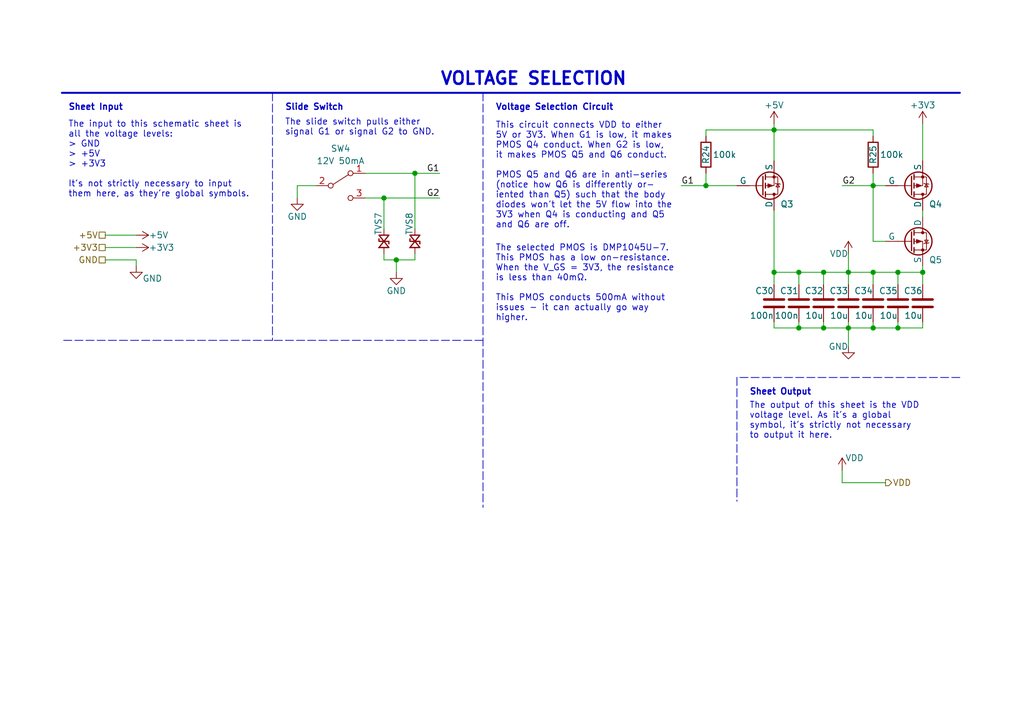
<source format=kicad_sch>
(kicad_sch
	(version 20231120)
	(generator "eeschema")
	(generator_version "8.0")
	(uuid "6ae41875-cb9c-49e5-8782-8ec08f14d9e4")
	(paper "A5")
	(title_block
		(title "Tiny Scarab")
		(date "2024-03-04")
		(rev "0.2")
		(company "Embeetle")
		(comment 1 "https://embeetle.com/tiny-scarab")
		(comment 2 "https://github.com/Embeetle/tiny-scarab")
	)
	(lib_symbols
		(symbol "Device:C"
			(pin_numbers hide)
			(pin_names
				(offset 0.254)
			)
			(exclude_from_sim no)
			(in_bom yes)
			(on_board yes)
			(property "Reference" "C"
				(at 0.635 2.54 0)
				(effects
					(font
						(size 1.27 1.27)
					)
					(justify left)
				)
			)
			(property "Value" "C"
				(at 0.635 -2.54 0)
				(effects
					(font
						(size 1.27 1.27)
					)
					(justify left)
				)
			)
			(property "Footprint" ""
				(at 0.9652 -3.81 0)
				(effects
					(font
						(size 1.27 1.27)
					)
					(hide yes)
				)
			)
			(property "Datasheet" "~"
				(at 0 0 0)
				(effects
					(font
						(size 1.27 1.27)
					)
					(hide yes)
				)
			)
			(property "Description" "Unpolarized capacitor"
				(at 0 0 0)
				(effects
					(font
						(size 1.27 1.27)
					)
					(hide yes)
				)
			)
			(property "ki_keywords" "cap capacitor"
				(at 0 0 0)
				(effects
					(font
						(size 1.27 1.27)
					)
					(hide yes)
				)
			)
			(property "ki_fp_filters" "C_*"
				(at 0 0 0)
				(effects
					(font
						(size 1.27 1.27)
					)
					(hide yes)
				)
			)
			(symbol "C_0_1"
				(polyline
					(pts
						(xy -2.032 -0.762) (xy 2.032 -0.762)
					)
					(stroke
						(width 0.508)
						(type default)
					)
					(fill
						(type none)
					)
				)
				(polyline
					(pts
						(xy -2.032 0.762) (xy 2.032 0.762)
					)
					(stroke
						(width 0.508)
						(type default)
					)
					(fill
						(type none)
					)
				)
			)
			(symbol "C_1_1"
				(pin passive line
					(at 0 3.81 270)
					(length 2.794)
					(name "~"
						(effects
							(font
								(size 1.27 1.27)
							)
						)
					)
					(number "1"
						(effects
							(font
								(size 1.27 1.27)
							)
						)
					)
				)
				(pin passive line
					(at 0 -3.81 90)
					(length 2.794)
					(name "~"
						(effects
							(font
								(size 1.27 1.27)
							)
						)
					)
					(number "2"
						(effects
							(font
								(size 1.27 1.27)
							)
						)
					)
				)
			)
		)
		(symbol "Device:R"
			(pin_numbers hide)
			(pin_names
				(offset 0)
			)
			(exclude_from_sim no)
			(in_bom yes)
			(on_board yes)
			(property "Reference" "R"
				(at 2.032 0 90)
				(effects
					(font
						(size 1.27 1.27)
					)
				)
			)
			(property "Value" "R"
				(at 0 0 90)
				(effects
					(font
						(size 1.27 1.27)
					)
				)
			)
			(property "Footprint" ""
				(at -1.778 0 90)
				(effects
					(font
						(size 1.27 1.27)
					)
					(hide yes)
				)
			)
			(property "Datasheet" "~"
				(at 0 0 0)
				(effects
					(font
						(size 1.27 1.27)
					)
					(hide yes)
				)
			)
			(property "Description" "Resistor"
				(at 0 0 0)
				(effects
					(font
						(size 1.27 1.27)
					)
					(hide yes)
				)
			)
			(property "ki_keywords" "R res resistor"
				(at 0 0 0)
				(effects
					(font
						(size 1.27 1.27)
					)
					(hide yes)
				)
			)
			(property "ki_fp_filters" "R_*"
				(at 0 0 0)
				(effects
					(font
						(size 1.27 1.27)
					)
					(hide yes)
				)
			)
			(symbol "R_0_1"
				(rectangle
					(start -1.016 -2.54)
					(end 1.016 2.54)
					(stroke
						(width 0.254)
						(type default)
					)
					(fill
						(type none)
					)
				)
			)
			(symbol "R_1_1"
				(pin passive line
					(at 0 3.81 270)
					(length 1.27)
					(name "~"
						(effects
							(font
								(size 1.27 1.27)
							)
						)
					)
					(number "1"
						(effects
							(font
								(size 1.27 1.27)
							)
						)
					)
				)
				(pin passive line
					(at 0 -3.81 90)
					(length 1.27)
					(name "~"
						(effects
							(font
								(size 1.27 1.27)
							)
						)
					)
					(number "2"
						(effects
							(font
								(size 1.27 1.27)
							)
						)
					)
				)
			)
		)
		(symbol "Tiny_Scarab:PMOS_DMP1045U-7"
			(pin_numbers hide)
			(pin_names
				(offset 0)
			)
			(exclude_from_sim no)
			(in_bom yes)
			(on_board yes)
			(property "Reference" "Q"
				(at 5.08 1.27 0)
				(effects
					(font
						(size 1.27 1.27)
					)
					(justify left)
				)
			)
			(property "Value" "DMP1045U-7"
				(at 5.08 -1.27 0)
				(effects
					(font
						(size 1.27 1.27)
					)
					(justify left)
				)
			)
			(property "Footprint" "Tiny_Scarab:SOT-23_DMP1045U-7"
				(at 0 25.4 0)
				(effects
					(font
						(size 1.27 1.27)
					)
					(hide yes)
				)
			)
			(property "Datasheet" ""
				(at 0 -12.7 0)
				(effects
					(font
						(size 1.27 1.27)
					)
					(hide yes)
				)
			)
			(property "Description" "PMOS 12V, 4A"
				(at 0 0 0)
				(effects
					(font
						(size 1.27 1.27)
					)
					(hide yes)
				)
			)
			(property "Manufacturer" "Diodes Incorporated"
				(at 0 22.86 0)
				(effects
					(font
						(size 1.27 1.27)
					)
					(hide yes)
				)
			)
			(property "MPN" "DMP1045U-7"
				(at 0 20.32 0)
				(effects
					(font
						(size 1.27 1.27)
					)
					(hide yes)
				)
			)
			(property "JLCPCB Part #" "C177033"
				(at 0 17.78 0)
				(effects
					(font
						(size 1.27 1.27)
					)
					(hide yes)
				)
			)
			(property "DigiKey" "DMP1045U-7DITR-ND"
				(at 0 15.24 0)
				(effects
					(font
						(size 1.27 1.27)
					)
					(hide yes)
				)
			)
			(property "Farnell" "3127351"
				(at 0 12.7 0)
				(effects
					(font
						(size 1.27 1.27)
					)
					(hide yes)
				)
			)
			(property "Mouser" "621-DMP1045U-7"
				(at 0 10.16 0)
				(effects
					(font
						(size 1.27 1.27)
					)
					(hide yes)
				)
			)
			(symbol "PMOS_DMP1045U-7_0_1"
				(polyline
					(pts
						(xy 0.254 0) (xy -2.54 0)
					)
					(stroke
						(width 0)
						(type default)
					)
					(fill
						(type none)
					)
				)
				(polyline
					(pts
						(xy 0.254 1.905) (xy 0.254 -1.905)
					)
					(stroke
						(width 0.254)
						(type default)
					)
					(fill
						(type none)
					)
				)
				(polyline
					(pts
						(xy 0.762 -1.27) (xy 0.762 -2.286)
					)
					(stroke
						(width 0.254)
						(type default)
					)
					(fill
						(type none)
					)
				)
				(polyline
					(pts
						(xy 0.762 0.508) (xy 0.762 -0.508)
					)
					(stroke
						(width 0.254)
						(type default)
					)
					(fill
						(type none)
					)
				)
				(polyline
					(pts
						(xy 0.762 2.286) (xy 0.762 1.27)
					)
					(stroke
						(width 0.254)
						(type default)
					)
					(fill
						(type none)
					)
				)
				(polyline
					(pts
						(xy 2.54 2.54) (xy 2.54 1.778)
					)
					(stroke
						(width 0)
						(type default)
					)
					(fill
						(type none)
					)
				)
				(polyline
					(pts
						(xy 2.54 -2.54) (xy 2.54 0) (xy 0.762 0)
					)
					(stroke
						(width 0)
						(type default)
					)
					(fill
						(type none)
					)
				)
				(polyline
					(pts
						(xy 0.762 1.778) (xy 3.302 1.778) (xy 3.302 -1.778) (xy 0.762 -1.778)
					)
					(stroke
						(width 0)
						(type default)
					)
					(fill
						(type none)
					)
				)
				(polyline
					(pts
						(xy 2.286 0) (xy 1.27 0.381) (xy 1.27 -0.381) (xy 2.286 0)
					)
					(stroke
						(width 0)
						(type default)
					)
					(fill
						(type outline)
					)
				)
				(polyline
					(pts
						(xy 2.794 -0.508) (xy 2.921 -0.381) (xy 3.683 -0.381) (xy 3.81 -0.254)
					)
					(stroke
						(width 0)
						(type default)
					)
					(fill
						(type none)
					)
				)
				(polyline
					(pts
						(xy 3.302 -0.381) (xy 2.921 0.254) (xy 3.683 0.254) (xy 3.302 -0.381)
					)
					(stroke
						(width 0)
						(type default)
					)
					(fill
						(type none)
					)
				)
				(circle
					(center 1.651 0)
					(radius 2.794)
					(stroke
						(width 0.254)
						(type default)
					)
					(fill
						(type none)
					)
				)
				(circle
					(center 2.54 -1.778)
					(radius 0.254)
					(stroke
						(width 0)
						(type default)
					)
					(fill
						(type outline)
					)
				)
				(circle
					(center 2.54 1.778)
					(radius 0.254)
					(stroke
						(width 0)
						(type default)
					)
					(fill
						(type outline)
					)
				)
			)
			(symbol "PMOS_DMP1045U-7_1_1"
				(pin input line
					(at -5.08 0 0)
					(length 2.54)
					(name "G"
						(effects
							(font
								(size 1.27 1.27)
							)
						)
					)
					(number "1"
						(effects
							(font
								(size 1.27 1.27)
							)
						)
					)
				)
				(pin passive line
					(at 2.54 -5.08 90)
					(length 2.54)
					(name "S"
						(effects
							(font
								(size 1.27 1.27)
							)
						)
					)
					(number "2"
						(effects
							(font
								(size 1.27 1.27)
							)
						)
					)
				)
				(pin passive line
					(at 2.54 5.08 270)
					(length 2.54)
					(name "D"
						(effects
							(font
								(size 1.27 1.27)
							)
						)
					)
					(number "3"
						(effects
							(font
								(size 1.27 1.27)
							)
						)
					)
				)
			)
		)
		(symbol "Tiny_Scarab:SW_SS-3235D-03-L3"
			(pin_names
				(offset 0) hide)
			(exclude_from_sim no)
			(in_bom yes)
			(on_board yes)
			(property "Reference" "SW"
				(at 0 4.318 0)
				(effects
					(font
						(size 1.27 1.27)
					)
				)
			)
			(property "Value" "12V 50mA"
				(at 0 -5.08 0)
				(effects
					(font
						(size 1.27 1.27)
					)
				)
			)
			(property "Footprint" "Tiny_Scarab:SW_Slide_SPDT_XKB-Connectivity_SS-3235D-03-L3"
				(at 0 24.13 0)
				(effects
					(font
						(size 1.27 1.27)
					)
					(hide yes)
				)
			)
			(property "Datasheet" ""
				(at 0 21.59 0)
				(effects
					(font
						(size 1.27 1.27)
					)
					(hide yes)
				)
			)
			(property "Description" "SPDT slide switch, 12V, 50mA"
				(at 0 0 0)
				(effects
					(font
						(size 1.27 1.27)
					)
					(hide yes)
				)
			)
			(property "Manufacturer" "XKB Connectivity"
				(at 0 19.05 0)
				(effects
					(font
						(size 1.27 1.27)
					)
					(hide yes)
				)
			)
			(property "MPN" "SS-3235D-03-L3"
				(at 0 16.51 0)
				(effects
					(font
						(size 1.27 1.27)
					)
					(hide yes)
				)
			)
			(property "JLCPCB Part #" "C2884764"
				(at 0 13.97 0)
				(effects
					(font
						(size 1.27 1.27)
					)
					(hide yes)
				)
			)
			(property "DigiKey" ""
				(at 0 0 0)
				(effects
					(font
						(size 1.27 1.27)
					)
					(hide yes)
				)
			)
			(property "Farnell" ""
				(at 0 11.43 0)
				(effects
					(font
						(size 1.27 1.27)
					)
					(hide yes)
				)
			)
			(property "Mouser" ""
				(at 0 8.89 0)
				(effects
					(font
						(size 1.27 1.27)
					)
					(hide yes)
				)
			)
			(property "ki_fp_filters" "SW*DPDT*"
				(at 0 0 0)
				(effects
					(font
						(size 1.27 1.27)
					)
					(hide yes)
				)
			)
			(symbol "SW_SS-3235D-03-L3_0_0"
				(circle
					(center -2.032 0)
					(radius 0.508)
					(stroke
						(width 0)
						(type default)
					)
					(fill
						(type none)
					)
				)
				(circle
					(center 2.032 -2.54)
					(radius 0.508)
					(stroke
						(width 0)
						(type default)
					)
					(fill
						(type none)
					)
				)
			)
			(symbol "SW_SS-3235D-03-L3_0_1"
				(polyline
					(pts
						(xy -1.524 0.254) (xy 1.651 2.286)
					)
					(stroke
						(width 0)
						(type default)
					)
					(fill
						(type none)
					)
				)
				(circle
					(center 2.032 2.54)
					(radius 0.508)
					(stroke
						(width 0)
						(type default)
					)
					(fill
						(type none)
					)
				)
			)
			(symbol "SW_SS-3235D-03-L3_1_1"
				(pin passive line
					(at 5.08 2.54 180)
					(length 2.54)
					(name "A"
						(effects
							(font
								(size 1.27 1.27)
							)
						)
					)
					(number "1"
						(effects
							(font
								(size 1.27 1.27)
							)
						)
					)
				)
				(pin passive line
					(at -5.08 0 0)
					(length 2.54)
					(name "B"
						(effects
							(font
								(size 1.27 1.27)
							)
						)
					)
					(number "2"
						(effects
							(font
								(size 1.27 1.27)
							)
						)
					)
				)
				(pin passive line
					(at 5.08 -2.54 180)
					(length 2.54)
					(name "C"
						(effects
							(font
								(size 1.27 1.27)
							)
						)
					)
					(number "3"
						(effects
							(font
								(size 1.27 1.27)
							)
						)
					)
				)
			)
		)
		(symbol "Tiny_Scarab:TVS_LESD8LH5.0CT5G"
			(pin_numbers hide)
			(pin_names
				(offset 1.016)
			)
			(exclude_from_sim no)
			(in_bom yes)
			(on_board yes)
			(property "Reference" "TVS"
				(at 1.27 0 0)
				(effects
					(font
						(size 1.27 1.27)
					)
					(justify left bottom)
				)
			)
			(property "Value" "5V"
				(at 1.27 -2.54 0)
				(effects
					(font
						(size 1.27 1.27)
					)
					(justify left bottom)
				)
			)
			(property "Footprint" "Tiny_Scarab:D_SOD-882_SP1007-01ETG"
				(at -0.254 17.272 0)
				(effects
					(font
						(size 1.27 1.27)
					)
					(justify bottom)
					(hide yes)
				)
			)
			(property "Datasheet" ""
				(at -11.684 8.382 0)
				(effects
					(font
						(size 1.27 1.27)
					)
					(justify left)
					(hide yes)
				)
			)
			(property "Description" "TVS bidirectional, 5V, 2.7-3.5pF"
				(at -0.254 8.89 0)
				(effects
					(font
						(size 1.27 1.27)
					)
					(hide yes)
				)
			)
			(property "Manufacturer" "UMW(Youtai Semiconductor Co., Ltd.)"
				(at -0.254 14.732 0)
				(effects
					(font
						(size 1.27 1.27)
					)
					(justify bottom)
					(hide yes)
				)
			)
			(property "MPN" "LESD8LH5.0CT5G"
				(at -0.254 12.192 0)
				(effects
					(font
						(size 1.27 1.27)
					)
					(justify bottom)
					(hide yes)
				)
			)
			(property "JLCPCB Part #" "C3001954"
				(at -0.254 10.922 0)
				(effects
					(font
						(size 1.27 1.27)
					)
					(hide yes)
				)
			)
			(property "DigiKey" ""
				(at -0.254 8.382 0)
				(effects
					(font
						(size 1.27 1.27)
					)
					(hide yes)
				)
			)
			(property "Farnell" ""
				(at 0 13.462 0)
				(effects
					(font
						(size 1.27 1.27)
					)
					(hide yes)
				)
			)
			(property "Mouser" ""
				(at 0 10.922 0)
				(effects
					(font
						(size 1.27 1.27)
					)
					(hide yes)
				)
			)
			(symbol "TVS_LESD8LH5.0CT5G_0_1"
				(polyline
					(pts
						(xy -1.016 0.508) (xy -1.016 0) (xy 1.016 0) (xy 1.016 -0.508)
					)
					(stroke
						(width 0.254)
						(type default)
					)
					(fill
						(type none)
					)
				)
				(polyline
					(pts
						(xy -1.016 -1.27) (xy 1.016 -1.27) (xy -1.016 1.27) (xy 1.016 1.27) (xy -1.016 -1.27)
					)
					(stroke
						(width 0.254)
						(type default)
					)
					(fill
						(type none)
					)
				)
			)
			(symbol "TVS_LESD8LH5.0CT5G_1_0"
				(pin passive line
					(at 0 2.54 270)
					(length 1.27)
					(name "~"
						(effects
							(font
								(size 1.016 1.016)
							)
						)
					)
					(number "1"
						(effects
							(font
								(size 1.016 1.016)
							)
						)
					)
				)
				(pin passive line
					(at 0 -2.54 90)
					(length 1.27)
					(name "~"
						(effects
							(font
								(size 1.016 1.016)
							)
						)
					)
					(number "2"
						(effects
							(font
								(size 1.016 1.016)
							)
						)
					)
				)
			)
		)
		(symbol "power:+3V3"
			(power)
			(pin_numbers hide)
			(pin_names
				(offset 0) hide)
			(exclude_from_sim no)
			(in_bom yes)
			(on_board yes)
			(property "Reference" "#PWR"
				(at 0 -3.81 0)
				(effects
					(font
						(size 1.27 1.27)
					)
					(hide yes)
				)
			)
			(property "Value" "+3V3"
				(at 0 3.556 0)
				(effects
					(font
						(size 1.27 1.27)
					)
				)
			)
			(property "Footprint" ""
				(at 0 0 0)
				(effects
					(font
						(size 1.27 1.27)
					)
					(hide yes)
				)
			)
			(property "Datasheet" ""
				(at 0 0 0)
				(effects
					(font
						(size 1.27 1.27)
					)
					(hide yes)
				)
			)
			(property "Description" "Power symbol creates a global label with name \"+3V3\""
				(at 0 0 0)
				(effects
					(font
						(size 1.27 1.27)
					)
					(hide yes)
				)
			)
			(property "ki_keywords" "global power"
				(at 0 0 0)
				(effects
					(font
						(size 1.27 1.27)
					)
					(hide yes)
				)
			)
			(symbol "+3V3_0_1"
				(polyline
					(pts
						(xy -0.762 1.27) (xy 0 2.54)
					)
					(stroke
						(width 0)
						(type default)
					)
					(fill
						(type none)
					)
				)
				(polyline
					(pts
						(xy 0 0) (xy 0 2.54)
					)
					(stroke
						(width 0)
						(type default)
					)
					(fill
						(type none)
					)
				)
				(polyline
					(pts
						(xy 0 2.54) (xy 0.762 1.27)
					)
					(stroke
						(width 0)
						(type default)
					)
					(fill
						(type none)
					)
				)
			)
			(symbol "+3V3_1_1"
				(pin power_in line
					(at 0 0 90)
					(length 0)
					(name "~"
						(effects
							(font
								(size 1.27 1.27)
							)
						)
					)
					(number "1"
						(effects
							(font
								(size 1.27 1.27)
							)
						)
					)
				)
			)
		)
		(symbol "power:+5V"
			(power)
			(pin_numbers hide)
			(pin_names
				(offset 0) hide)
			(exclude_from_sim no)
			(in_bom yes)
			(on_board yes)
			(property "Reference" "#PWR"
				(at 0 -3.81 0)
				(effects
					(font
						(size 1.27 1.27)
					)
					(hide yes)
				)
			)
			(property "Value" "+5V"
				(at 0 3.556 0)
				(effects
					(font
						(size 1.27 1.27)
					)
				)
			)
			(property "Footprint" ""
				(at 0 0 0)
				(effects
					(font
						(size 1.27 1.27)
					)
					(hide yes)
				)
			)
			(property "Datasheet" ""
				(at 0 0 0)
				(effects
					(font
						(size 1.27 1.27)
					)
					(hide yes)
				)
			)
			(property "Description" "Power symbol creates a global label with name \"+5V\""
				(at 0 0 0)
				(effects
					(font
						(size 1.27 1.27)
					)
					(hide yes)
				)
			)
			(property "ki_keywords" "global power"
				(at 0 0 0)
				(effects
					(font
						(size 1.27 1.27)
					)
					(hide yes)
				)
			)
			(symbol "+5V_0_1"
				(polyline
					(pts
						(xy -0.762 1.27) (xy 0 2.54)
					)
					(stroke
						(width 0)
						(type default)
					)
					(fill
						(type none)
					)
				)
				(polyline
					(pts
						(xy 0 0) (xy 0 2.54)
					)
					(stroke
						(width 0)
						(type default)
					)
					(fill
						(type none)
					)
				)
				(polyline
					(pts
						(xy 0 2.54) (xy 0.762 1.27)
					)
					(stroke
						(width 0)
						(type default)
					)
					(fill
						(type none)
					)
				)
			)
			(symbol "+5V_1_1"
				(pin power_in line
					(at 0 0 90)
					(length 0)
					(name "~"
						(effects
							(font
								(size 1.27 1.27)
							)
						)
					)
					(number "1"
						(effects
							(font
								(size 1.27 1.27)
							)
						)
					)
				)
			)
		)
		(symbol "power:GND"
			(power)
			(pin_numbers hide)
			(pin_names
				(offset 0) hide)
			(exclude_from_sim no)
			(in_bom yes)
			(on_board yes)
			(property "Reference" "#PWR"
				(at 0 -6.35 0)
				(effects
					(font
						(size 1.27 1.27)
					)
					(hide yes)
				)
			)
			(property "Value" "GND"
				(at 0 -3.81 0)
				(effects
					(font
						(size 1.27 1.27)
					)
				)
			)
			(property "Footprint" ""
				(at 0 0 0)
				(effects
					(font
						(size 1.27 1.27)
					)
					(hide yes)
				)
			)
			(property "Datasheet" ""
				(at 0 0 0)
				(effects
					(font
						(size 1.27 1.27)
					)
					(hide yes)
				)
			)
			(property "Description" "Power symbol creates a global label with name \"GND\" , ground"
				(at 0 0 0)
				(effects
					(font
						(size 1.27 1.27)
					)
					(hide yes)
				)
			)
			(property "ki_keywords" "global power"
				(at 0 0 0)
				(effects
					(font
						(size 1.27 1.27)
					)
					(hide yes)
				)
			)
			(symbol "GND_0_1"
				(polyline
					(pts
						(xy 0 0) (xy 0 -1.27) (xy 1.27 -1.27) (xy 0 -2.54) (xy -1.27 -1.27) (xy 0 -1.27)
					)
					(stroke
						(width 0)
						(type default)
					)
					(fill
						(type none)
					)
				)
			)
			(symbol "GND_1_1"
				(pin power_in line
					(at 0 0 270)
					(length 0)
					(name "~"
						(effects
							(font
								(size 1.27 1.27)
							)
						)
					)
					(number "1"
						(effects
							(font
								(size 1.27 1.27)
							)
						)
					)
				)
			)
		)
		(symbol "power:VDD"
			(power)
			(pin_numbers hide)
			(pin_names
				(offset 0) hide)
			(exclude_from_sim no)
			(in_bom yes)
			(on_board yes)
			(property "Reference" "#PWR"
				(at 0 -3.81 0)
				(effects
					(font
						(size 1.27 1.27)
					)
					(hide yes)
				)
			)
			(property "Value" "VDD"
				(at 0 3.556 0)
				(effects
					(font
						(size 1.27 1.27)
					)
				)
			)
			(property "Footprint" ""
				(at 0 0 0)
				(effects
					(font
						(size 1.27 1.27)
					)
					(hide yes)
				)
			)
			(property "Datasheet" ""
				(at 0 0 0)
				(effects
					(font
						(size 1.27 1.27)
					)
					(hide yes)
				)
			)
			(property "Description" "Power symbol creates a global label with name \"VDD\""
				(at 0 0 0)
				(effects
					(font
						(size 1.27 1.27)
					)
					(hide yes)
				)
			)
			(property "ki_keywords" "global power"
				(at 0 0 0)
				(effects
					(font
						(size 1.27 1.27)
					)
					(hide yes)
				)
			)
			(symbol "VDD_0_1"
				(polyline
					(pts
						(xy -0.762 1.27) (xy 0 2.54)
					)
					(stroke
						(width 0)
						(type default)
					)
					(fill
						(type none)
					)
				)
				(polyline
					(pts
						(xy 0 0) (xy 0 2.54)
					)
					(stroke
						(width 0)
						(type default)
					)
					(fill
						(type none)
					)
				)
				(polyline
					(pts
						(xy 0 2.54) (xy 0.762 1.27)
					)
					(stroke
						(width 0)
						(type default)
					)
					(fill
						(type none)
					)
				)
			)
			(symbol "VDD_1_1"
				(pin power_in line
					(at 0 0 90)
					(length 0)
					(name "~"
						(effects
							(font
								(size 1.27 1.27)
							)
						)
					)
					(number "1"
						(effects
							(font
								(size 1.27 1.27)
							)
						)
					)
				)
			)
		)
	)
	(junction
		(at 163.83 67.31)
		(diameter 0)
		(color 0 0 0 0)
		(uuid "28785d54-2328-43d7-bc4a-78eeb2ed7f44")
	)
	(junction
		(at 85.09 35.56)
		(diameter 0)
		(color 0 0 0 0)
		(uuid "35c05d64-81c3-47d8-88c4-369a227dce89")
	)
	(junction
		(at 81.28 53.34)
		(diameter 0)
		(color 0 0 0 0)
		(uuid "3879f400-3cc4-4602-b432-eaf930c5cbc5")
	)
	(junction
		(at 179.07 38.1)
		(diameter 0)
		(color 0 0 0 0)
		(uuid "45394c51-be43-4ec4-a9d0-63e495f1f094")
	)
	(junction
		(at 78.74 40.64)
		(diameter 0)
		(color 0 0 0 0)
		(uuid "454ffd31-47f3-4718-8d3c-39ea9aea9b9d")
	)
	(junction
		(at 144.78 38.1)
		(diameter 0)
		(color 0 0 0 0)
		(uuid "4621fe55-fc8e-4eed-81f1-22d8e4e25c32")
	)
	(junction
		(at 168.91 67.31)
		(diameter 0)
		(color 0 0 0 0)
		(uuid "4f2327a6-e7be-4215-bb65-3201783c5cd5")
	)
	(junction
		(at 189.23 55.88)
		(diameter 0)
		(color 0 0 0 0)
		(uuid "51f9afd6-bec7-4862-8dff-eda4b0b1f7a9")
	)
	(junction
		(at 184.15 55.88)
		(diameter 0)
		(color 0 0 0 0)
		(uuid "6f0bc37a-9a52-4c44-b3a1-2d4aeb3de87d")
	)
	(junction
		(at 158.75 26.67)
		(diameter 0)
		(color 0 0 0 0)
		(uuid "9ab8d2d4-44bc-4c02-91bf-e02836e5fda7")
	)
	(junction
		(at 173.99 55.88)
		(diameter 0)
		(color 0 0 0 0)
		(uuid "aab88113-0a4d-483f-b333-2babc31d8c75")
	)
	(junction
		(at 173.99 67.31)
		(diameter 0)
		(color 0 0 0 0)
		(uuid "aaff70f9-7811-49c1-8cf0-015a8d7888a4")
	)
	(junction
		(at 158.75 55.88)
		(diameter 0)
		(color 0 0 0 0)
		(uuid "b2f34f8c-a023-436c-be2d-c7bb2fa5d251")
	)
	(junction
		(at 179.07 67.31)
		(diameter 0)
		(color 0 0 0 0)
		(uuid "b30697bd-6694-4850-8977-503dbd07adf6")
	)
	(junction
		(at 184.15 67.31)
		(diameter 0)
		(color 0 0 0 0)
		(uuid "be1e83f9-02d0-480a-94b4-a6c947e50401")
	)
	(junction
		(at 179.07 55.88)
		(diameter 0)
		(color 0 0 0 0)
		(uuid "c4446825-8dcb-4827-b219-5e31cfdea1ad")
	)
	(junction
		(at 163.83 55.88)
		(diameter 0)
		(color 0 0 0 0)
		(uuid "f4b7ebbd-e5f8-4d43-84b9-893963721d81")
	)
	(junction
		(at 168.91 55.88)
		(diameter 0)
		(color 0 0 0 0)
		(uuid "f527032d-ea60-434e-93ab-f9a5ab5c2e48")
	)
	(wire
		(pts
			(xy 173.99 55.88) (xy 179.07 55.88)
		)
		(stroke
			(width 0)
			(type default)
		)
		(uuid "08210492-15b0-4b32-81c9-a683aea26f7c")
	)
	(wire
		(pts
			(xy 81.28 53.34) (xy 85.09 53.34)
		)
		(stroke
			(width 0)
			(type default)
		)
		(uuid "0e083d3c-d1c2-4d93-8ca4-126f9a70cfd4")
	)
	(wire
		(pts
			(xy 85.09 35.56) (xy 85.09 46.99)
		)
		(stroke
			(width 0)
			(type default)
		)
		(uuid "1a459bf5-2e18-47da-874b-cb518d44ab71")
	)
	(wire
		(pts
			(xy 168.91 66.04) (xy 168.91 67.31)
		)
		(stroke
			(width 0)
			(type default)
		)
		(uuid "1b74c14d-1bbb-4070-be9b-3a4564ffb747")
	)
	(wire
		(pts
			(xy 163.83 55.88) (xy 163.83 58.42)
		)
		(stroke
			(width 0)
			(type default)
		)
		(uuid "1bf6efc6-78a8-49fa-b59b-0b2574067694")
	)
	(wire
		(pts
			(xy 189.23 55.88) (xy 189.23 58.42)
		)
		(stroke
			(width 0)
			(type default)
		)
		(uuid "1d06effa-434a-4e38-a6a5-d5d45fe959eb")
	)
	(wire
		(pts
			(xy 27.94 53.34) (xy 21.59 53.34)
		)
		(stroke
			(width 0)
			(type default)
		)
		(uuid "27b6e396-3d74-47a7-8bdc-348a5c80b30a")
	)
	(wire
		(pts
			(xy 179.07 38.1) (xy 181.61 38.1)
		)
		(stroke
			(width 0)
			(type default)
		)
		(uuid "2882f970-9b1d-4767-9fdb-33b811d6b2b4")
	)
	(wire
		(pts
			(xy 158.75 25.4) (xy 158.75 26.67)
		)
		(stroke
			(width 0)
			(type default)
		)
		(uuid "2c01673b-a2fb-4097-a65d-0cfbc7f23705")
	)
	(wire
		(pts
			(xy 173.99 55.88) (xy 173.99 58.42)
		)
		(stroke
			(width 0)
			(type default)
		)
		(uuid "2eb8c885-242b-4a52-ab96-3038252f3a41")
	)
	(wire
		(pts
			(xy 78.74 52.07) (xy 78.74 53.34)
		)
		(stroke
			(width 0)
			(type default)
		)
		(uuid "2fefc9b2-ef7f-47bf-8a2b-6b66ed0fa2bb")
	)
	(wire
		(pts
			(xy 158.75 67.31) (xy 163.83 67.31)
		)
		(stroke
			(width 0)
			(type default)
		)
		(uuid "32197b8b-ce2a-4c57-ab42-d071121be777")
	)
	(wire
		(pts
			(xy 173.99 52.07) (xy 173.99 55.88)
		)
		(stroke
			(width 0)
			(type default)
		)
		(uuid "322b24f6-f9c7-416b-be3b-0ff0559a4a48")
	)
	(wire
		(pts
			(xy 184.15 67.31) (xy 179.07 67.31)
		)
		(stroke
			(width 0)
			(type default)
		)
		(uuid "35c2c177-1775-42bd-b822-382647be1b8a")
	)
	(wire
		(pts
			(xy 60.96 38.1) (xy 60.96 40.64)
		)
		(stroke
			(width 0)
			(type default)
		)
		(uuid "35f1bdf7-a1c2-497f-acd5-014ccf4f99e5")
	)
	(wire
		(pts
			(xy 189.23 55.88) (xy 189.23 54.61)
		)
		(stroke
			(width 0)
			(type default)
		)
		(uuid "40d7377d-9017-4d05-9d04-d2ec9e44a3b8")
	)
	(wire
		(pts
			(xy 189.23 67.31) (xy 184.15 67.31)
		)
		(stroke
			(width 0)
			(type default)
		)
		(uuid "43ad9150-eac1-46e4-8832-f74b423d4628")
	)
	(wire
		(pts
			(xy 144.78 38.1) (xy 151.13 38.1)
		)
		(stroke
			(width 0)
			(type default)
		)
		(uuid "46f47360-6511-4bfe-ae76-a8e051c080bc")
	)
	(wire
		(pts
			(xy 184.15 66.04) (xy 184.15 67.31)
		)
		(stroke
			(width 0)
			(type default)
		)
		(uuid "492e6bd0-45c4-4220-955c-74ee560fb601")
	)
	(wire
		(pts
			(xy 144.78 27.94) (xy 144.78 26.67)
		)
		(stroke
			(width 0)
			(type default)
		)
		(uuid "4cdc94ea-9119-4131-8d50-5d4233c4e864")
	)
	(wire
		(pts
			(xy 27.94 48.26) (xy 21.59 48.26)
		)
		(stroke
			(width 0)
			(type default)
		)
		(uuid "51698286-8ee5-4e05-bc32-eda466e24ac1")
	)
	(wire
		(pts
			(xy 172.72 96.52) (xy 172.72 99.06)
		)
		(stroke
			(width 0)
			(type default)
		)
		(uuid "533f0996-6978-4304-8015-1b7fbb71c45f")
	)
	(wire
		(pts
			(xy 139.7 38.1) (xy 144.78 38.1)
		)
		(stroke
			(width 0)
			(type default)
		)
		(uuid "5591777e-ab85-4dc3-bc03-11790d36f3ea")
	)
	(wire
		(pts
			(xy 64.77 38.1) (xy 60.96 38.1)
		)
		(stroke
			(width 0)
			(type default)
		)
		(uuid "56912168-17c1-4fc4-89b7-f36cd94d4671")
	)
	(wire
		(pts
			(xy 184.15 55.88) (xy 184.15 58.42)
		)
		(stroke
			(width 0)
			(type default)
		)
		(uuid "59a55970-e5fb-4eac-be87-fe186c671f92")
	)
	(polyline
		(pts
			(xy 55.88 19.05) (xy 55.88 69.85)
		)
		(stroke
			(width 0)
			(type dash)
		)
		(uuid "602dde9f-6482-4d20-9b3b-5f948a042dfe")
	)
	(wire
		(pts
			(xy 179.07 55.88) (xy 179.07 58.42)
		)
		(stroke
			(width 0)
			(type default)
		)
		(uuid "625d7129-e825-4a31-b01d-450da5cd3aa3")
	)
	(wire
		(pts
			(xy 189.23 43.18) (xy 189.23 44.45)
		)
		(stroke
			(width 0)
			(type default)
		)
		(uuid "62ab790f-bcee-4deb-b66f-73f5a422b3f1")
	)
	(wire
		(pts
			(xy 85.09 35.56) (xy 90.17 35.56)
		)
		(stroke
			(width 0)
			(type default)
		)
		(uuid "63c5e4e6-31fb-4601-bca9-952258455e7d")
	)
	(wire
		(pts
			(xy 168.91 55.88) (xy 173.99 55.88)
		)
		(stroke
			(width 0)
			(type default)
		)
		(uuid "6941e2b6-f702-4792-80a9-c9d88d027ff2")
	)
	(wire
		(pts
			(xy 181.61 49.53) (xy 179.07 49.53)
		)
		(stroke
			(width 0)
			(type default)
		)
		(uuid "72d09e79-9b56-4e26-931f-b445bdd53488")
	)
	(wire
		(pts
			(xy 158.75 55.88) (xy 163.83 55.88)
		)
		(stroke
			(width 0)
			(type default)
		)
		(uuid "73d371a9-a72c-49cd-9485-8e0bb5637a7b")
	)
	(wire
		(pts
			(xy 74.93 35.56) (xy 85.09 35.56)
		)
		(stroke
			(width 0)
			(type default)
		)
		(uuid "76abd6a1-e0da-4b89-af8f-12a6f4faf07f")
	)
	(wire
		(pts
			(xy 78.74 40.64) (xy 90.17 40.64)
		)
		(stroke
			(width 0)
			(type default)
		)
		(uuid "77b4563f-9103-41a2-9a27-a5f7998ed2ff")
	)
	(wire
		(pts
			(xy 179.07 67.31) (xy 173.99 67.31)
		)
		(stroke
			(width 0)
			(type default)
		)
		(uuid "7afe1568-d110-42aa-89cb-99a50aa3f27f")
	)
	(wire
		(pts
			(xy 179.07 27.94) (xy 179.07 26.67)
		)
		(stroke
			(width 0)
			(type default)
		)
		(uuid "7e24a329-a884-49b1-ad67-e747b9337392")
	)
	(wire
		(pts
			(xy 168.91 55.88) (xy 168.91 58.42)
		)
		(stroke
			(width 0)
			(type default)
		)
		(uuid "80a0c36d-29df-4e3a-88c6-d826583f9b39")
	)
	(polyline
		(pts
			(xy 99.06 69.85) (xy 55.88 69.85)
		)
		(stroke
			(width 0)
			(type dash)
		)
		(uuid "80d34c5e-58a1-42e5-9a36-c212242d9d1e")
	)
	(wire
		(pts
			(xy 78.74 40.64) (xy 78.74 46.99)
		)
		(stroke
			(width 0)
			(type default)
		)
		(uuid "84b75c46-5272-4472-bbb7-42348d9b58fd")
	)
	(polyline
		(pts
			(xy 99.06 19.05) (xy 99.06 104.14)
		)
		(stroke
			(width 0)
			(type dash)
		)
		(uuid "87155915-478a-47c7-911f-510bb73e98a6")
	)
	(wire
		(pts
			(xy 163.83 55.88) (xy 168.91 55.88)
		)
		(stroke
			(width 0)
			(type default)
		)
		(uuid "8f993afc-921f-474a-8c7c-2465542d1d65")
	)
	(wire
		(pts
			(xy 179.07 35.56) (xy 179.07 38.1)
		)
		(stroke
			(width 0)
			(type default)
		)
		(uuid "94706c81-d341-4933-be91-1b3a8334eb9d")
	)
	(wire
		(pts
			(xy 158.75 43.18) (xy 158.75 55.88)
		)
		(stroke
			(width 0)
			(type default)
		)
		(uuid "9b6d5e74-f378-4704-9281-be06beb6d7bb")
	)
	(wire
		(pts
			(xy 81.28 53.34) (xy 81.28 55.88)
		)
		(stroke
			(width 0)
			(type default)
		)
		(uuid "a267c5cd-4552-4c9a-988b-bafcac9eb06e")
	)
	(wire
		(pts
			(xy 78.74 53.34) (xy 81.28 53.34)
		)
		(stroke
			(width 0)
			(type default)
		)
		(uuid "a34e0bd7-ba28-475f-b54c-48a82d271807")
	)
	(polyline
		(pts
			(xy 196.85 77.47) (xy 151.13 77.47)
		)
		(stroke
			(width 0)
			(type dash)
		)
		(uuid "a533ba05-9044-407b-a520-55503b1db3b1")
	)
	(wire
		(pts
			(xy 158.75 55.88) (xy 158.75 58.42)
		)
		(stroke
			(width 0)
			(type default)
		)
		(uuid "aea350e9-78f1-4814-996b-dd26e7e6d4ef")
	)
	(wire
		(pts
			(xy 144.78 35.56) (xy 144.78 38.1)
		)
		(stroke
			(width 0)
			(type default)
		)
		(uuid "b1ae7301-6e15-4ccc-9bcd-c0a8dd83552e")
	)
	(wire
		(pts
			(xy 85.09 53.34) (xy 85.09 52.07)
		)
		(stroke
			(width 0)
			(type default)
		)
		(uuid "b420c2ae-e4f9-4858-89f2-217e42746e29")
	)
	(wire
		(pts
			(xy 27.94 54.61) (xy 27.94 53.34)
		)
		(stroke
			(width 0)
			(type default)
		)
		(uuid "b4d2b3af-2951-4cfb-8bf5-0975766fae63")
	)
	(wire
		(pts
			(xy 179.07 49.53) (xy 179.07 38.1)
		)
		(stroke
			(width 0)
			(type default)
		)
		(uuid "b7d47985-2f00-42c9-8a0f-61fe5c4c136f")
	)
	(wire
		(pts
			(xy 144.78 26.67) (xy 158.75 26.67)
		)
		(stroke
			(width 0)
			(type default)
		)
		(uuid "bc04ff42-47e6-44ef-b3f2-fff57ec1aa11")
	)
	(wire
		(pts
			(xy 74.93 40.64) (xy 78.74 40.64)
		)
		(stroke
			(width 0)
			(type default)
		)
		(uuid "bdc6648a-5e88-4ba4-b946-1f8172277120")
	)
	(wire
		(pts
			(xy 189.23 25.4) (xy 189.23 33.02)
		)
		(stroke
			(width 0)
			(type default)
		)
		(uuid "be0cdf55-a861-4806-a096-90e10b4a5216")
	)
	(wire
		(pts
			(xy 173.99 67.31) (xy 173.99 71.12)
		)
		(stroke
			(width 0)
			(type default)
		)
		(uuid "ca953e31-96c0-4364-9bc2-79ef6f3b16fe")
	)
	(polyline
		(pts
			(xy 151.13 77.47) (xy 151.13 102.87)
		)
		(stroke
			(width 0)
			(type dash)
		)
		(uuid "ce31299a-d4d8-46f5-9b72-ca2174d0b811")
	)
	(wire
		(pts
			(xy 179.07 66.04) (xy 179.07 67.31)
		)
		(stroke
			(width 0)
			(type default)
		)
		(uuid "d0920966-c18d-49d7-a18f-b4046c9dae2b")
	)
	(wire
		(pts
			(xy 179.07 26.67) (xy 158.75 26.67)
		)
		(stroke
			(width 0)
			(type default)
		)
		(uuid "d4b46452-e976-4933-ab48-88bda5f242b6")
	)
	(wire
		(pts
			(xy 163.83 66.04) (xy 163.83 67.31)
		)
		(stroke
			(width 0)
			(type default)
		)
		(uuid "d4edc0fd-a47f-4958-8980-dca719666580")
	)
	(wire
		(pts
			(xy 163.83 67.31) (xy 168.91 67.31)
		)
		(stroke
			(width 0)
			(type default)
		)
		(uuid "dac48600-89eb-497e-aa83-80766cab362f")
	)
	(polyline
		(pts
			(xy 55.88 69.85) (xy 12.7 69.85)
		)
		(stroke
			(width 0)
			(type dash)
		)
		(uuid "db541dd2-e010-4101-a237-ae1a4e3f648d")
	)
	(polyline
		(pts
			(xy 196.85 19.05) (xy 12.7 19.05)
		)
		(stroke
			(width 0.4)
			(type default)
		)
		(uuid "df88cbf0-3c64-4018-b4ed-199565678bfb")
	)
	(wire
		(pts
			(xy 168.91 67.31) (xy 173.99 67.31)
		)
		(stroke
			(width 0)
			(type default)
		)
		(uuid "e00b8db5-8faa-4d98-b309-bdb163e8c467")
	)
	(wire
		(pts
			(xy 158.75 26.67) (xy 158.75 33.02)
		)
		(stroke
			(width 0)
			(type default)
		)
		(uuid "e074d745-25e3-49d7-9192-943d7d96b7e3")
	)
	(wire
		(pts
			(xy 184.15 55.88) (xy 189.23 55.88)
		)
		(stroke
			(width 0)
			(type default)
		)
		(uuid "e1631e48-7708-4d4a-9395-1930d9b016f6")
	)
	(wire
		(pts
			(xy 179.07 55.88) (xy 184.15 55.88)
		)
		(stroke
			(width 0)
			(type default)
		)
		(uuid "e1fea2a3-ebf8-4a5c-b60a-3838e6d76e92")
	)
	(wire
		(pts
			(xy 172.72 38.1) (xy 179.07 38.1)
		)
		(stroke
			(width 0)
			(type default)
		)
		(uuid "e2ae9cd5-a86c-47ce-a9e6-5bead396a342")
	)
	(wire
		(pts
			(xy 158.75 66.04) (xy 158.75 67.31)
		)
		(stroke
			(width 0)
			(type default)
		)
		(uuid "e3795be2-8aff-4909-a3bc-58454dc79bfe")
	)
	(wire
		(pts
			(xy 173.99 66.04) (xy 173.99 67.31)
		)
		(stroke
			(width 0)
			(type default)
		)
		(uuid "e937385e-d028-4d49-b1d9-587c412d6cfe")
	)
	(wire
		(pts
			(xy 189.23 66.04) (xy 189.23 67.31)
		)
		(stroke
			(width 0)
			(type default)
		)
		(uuid "e94c40a5-45e4-4386-8db5-27f89ad58f2b")
	)
	(wire
		(pts
			(xy 172.72 99.06) (xy 181.61 99.06)
		)
		(stroke
			(width 0)
			(type default)
		)
		(uuid "f2ae7c5b-346f-46a9-a193-f9b8d2b6a5fb")
	)
	(wire
		(pts
			(xy 27.94 50.8) (xy 21.59 50.8)
		)
		(stroke
			(width 0)
			(type default)
		)
		(uuid "f9b2ed20-b53e-41ef-9123-f0fc72bcd4bc")
	)
	(text "Sheet Output"
		(exclude_from_sim no)
		(at 153.67 81.28 0)
		(effects
			(font
				(size 1.27 1.27)
				(thickness 0.254)
				(bold yes)
			)
			(justify left bottom)
		)
		(uuid "211ea1a1-0bba-4d21-a62a-abf7702a3e21")
	)
	(text "This circuit connects VDD to either\n5V or 3V3. When G1 is low, it makes\nPMOS Q4 conduct. When G2 is low,\nit makes PMOS Q5 and Q6 conduct.\n\nPMOS Q5 and Q6 are in anti-series\n(notice how Q6 is differently or-\niented than Q5) such that the body\ndiodes won't let the 5V flow into the\n3V3 when Q4 is conducting and Q5\nand Q6 are off."
		(exclude_from_sim no)
		(at 101.6 46.99 0)
		(effects
			(font
				(size 1.27 1.27)
			)
			(justify left bottom)
		)
		(uuid "3095e286-48a4-4ab3-b52e-0c8fede60eb0")
	)
	(text "Voltage Selection Circuit"
		(exclude_from_sim no)
		(at 101.6 22.86 0)
		(effects
			(font
				(size 1.27 1.27)
				(thickness 0.254)
				(bold yes)
			)
			(justify left bottom)
		)
		(uuid "31de7d82-f527-4f24-96a7-a1dbc03625ad")
	)
	(text "The input to this schematic sheet is\nall the voltage levels:\n> GND\n> +5V\n> +3V3\n\nIt's not strictly necessary to input\nthem here, as they're global symbols."
		(exclude_from_sim no)
		(at 13.97 40.64 0)
		(effects
			(font
				(size 1.27 1.27)
			)
			(justify left bottom)
		)
		(uuid "4d499293-f6b3-42ec-9439-942b1f033df7")
	)
	(text "Sheet Input"
		(exclude_from_sim no)
		(at 13.97 22.86 0)
		(effects
			(font
				(size 1.27 1.27)
				(thickness 0.254)
				(bold yes)
			)
			(justify left bottom)
		)
		(uuid "55d73327-eeb3-4554-9ccb-13c0a2413623")
	)
	(text "The slide switch pulls either\nsignal G1 or signal G2 to GND."
		(exclude_from_sim no)
		(at 58.42 27.94 0)
		(effects
			(font
				(size 1.27 1.27)
			)
			(justify left bottom)
		)
		(uuid "5e1796e1-d4cb-4c48-aee8-1e4f2eb90600")
	)
	(text "VOLTAGE SELECTION"
		(exclude_from_sim no)
		(at 90.17 17.78 0)
		(effects
			(font
				(size 2.54 2.54)
				(thickness 0.508)
				(bold yes)
			)
			(justify left bottom)
		)
		(uuid "a6b4e934-5792-4b98-b1ba-f38b606f9644")
	)
	(text "Slide Switch"
		(exclude_from_sim no)
		(at 58.42 22.86 0)
		(effects
			(font
				(size 1.27 1.27)
				(thickness 0.254)
				(bold yes)
			)
			(justify left bottom)
		)
		(uuid "b29f0a18-e0d5-45c7-b236-2bc09c472a93")
	)
	(text "The selected PMOS is DMP1045U-7.\nThis PMOS has a low on-resistance.\nWhen the V_GS = 3V3, the resistance\nis less than 40mΩ.\n\nThis PMOS conducts 500mA without\nissues - it can actually go way\nhigher."
		(exclude_from_sim no)
		(at 101.6 66.04 0)
		(effects
			(font
				(size 1.27 1.27)
			)
			(justify left bottom)
		)
		(uuid "c58eb6d2-91e3-4ca3-8b0f-ec217d3492da")
	)
	(text "The output of this sheet is the VDD\nvoltage level. As it's a global\nsymbol, it's strictly not necessary\nto output it here."
		(exclude_from_sim no)
		(at 153.67 90.17 0)
		(effects
			(font
				(size 1.27 1.27)
			)
			(justify left bottom)
		)
		(uuid "f1978e29-977a-4d2c-8b25-5240e47cc7a7")
	)
	(label "G1"
		(at 90.17 35.56 180)
		(fields_autoplaced yes)
		(effects
			(font
				(size 1.27 1.27)
			)
			(justify right bottom)
		)
		(uuid "576fda19-afcb-4549-8be7-9c2d337526b2")
	)
	(label "G2"
		(at 90.17 40.64 180)
		(fields_autoplaced yes)
		(effects
			(font
				(size 1.27 1.27)
			)
			(justify right bottom)
		)
		(uuid "ba422f62-d330-4a33-8140-ab32439cd218")
	)
	(label "G2"
		(at 172.72 38.1 0)
		(fields_autoplaced yes)
		(effects
			(font
				(size 1.27 1.27)
			)
			(justify left bottom)
		)
		(uuid "ba43b3cd-7472-438c-b833-90aeb6be48bc")
	)
	(label "G1"
		(at 139.7 38.1 0)
		(fields_autoplaced yes)
		(effects
			(font
				(size 1.27 1.27)
			)
			(justify left bottom)
		)
		(uuid "d37db93b-eba1-4351-8383-68f8118efc5d")
	)
	(hierarchical_label "+3V3"
		(shape passive)
		(at 21.59 50.8 180)
		(fields_autoplaced yes)
		(effects
			(font
				(size 1.27 1.27)
			)
			(justify right)
		)
		(uuid "07cb4fc3-aec2-407f-b61e-81335709a5d2")
	)
	(hierarchical_label "+5V"
		(shape passive)
		(at 21.59 48.26 180)
		(fields_autoplaced yes)
		(effects
			(font
				(size 1.27 1.27)
			)
			(justify right)
		)
		(uuid "0c04fcfa-d2b2-4c38-9b46-2e1066aaae7c")
	)
	(hierarchical_label "VDD"
		(shape output)
		(at 181.61 99.06 0)
		(fields_autoplaced yes)
		(effects
			(font
				(size 1.27 1.27)
			)
			(justify left)
		)
		(uuid "426b685e-30bb-48dc-82fe-7785e438f30a")
	)
	(hierarchical_label "GND"
		(shape passive)
		(at 21.59 53.34 180)
		(fields_autoplaced yes)
		(effects
			(font
				(size 1.27 1.27)
			)
			(justify right)
		)
		(uuid "4f2008ee-e68e-4ce2-b72b-da783d57cdc5")
	)
	(symbol
		(lib_id "Device:C")
		(at 179.07 62.23 0)
		(mirror y)
		(unit 1)
		(exclude_from_sim no)
		(in_bom yes)
		(on_board yes)
		(dnp no)
		(uuid "17d4349f-3c70-4925-8087-0aa4598d8054")
		(property "Reference" "C34"
			(at 179.07 59.69 0)
			(effects
				(font
					(size 1.27 1.27)
				)
				(justify left)
			)
		)
		(property "Value" "10u"
			(at 179.07 64.77 0)
			(effects
				(font
					(size 1.27 1.27)
				)
				(justify left)
			)
		)
		(property "Footprint" "Capacitor_SMD:C_0805_2012Metric"
			(at 178.1048 66.04 0)
			(effects
				(font
					(size 1.27 1.27)
				)
				(hide yes)
			)
		)
		(property "Datasheet" "~"
			(at 179.07 62.23 0)
			(effects
				(font
					(size 1.27 1.27)
				)
				(hide yes)
			)
		)
		(property "Description" "Unpolarized capacitor"
			(at 179.07 62.23 0)
			(effects
				(font
					(size 1.27 1.27)
				)
				(hide yes)
			)
		)
		(property "Manufacturer" "Samsung electro-mechanics"
			(at 179.07 62.23 0)
			(effects
				(font
					(size 1.27 1.27)
				)
				(hide yes)
			)
		)
		(property "MPN" "CL21A106KAYNNNE"
			(at 179.07 62.23 0)
			(effects
				(font
					(size 1.27 1.27)
				)
				(hide yes)
			)
		)
		(property "JLCPCB Part #" "C15850"
			(at 179.07 62.23 0)
			(effects
				(font
					(size 1.27 1.27)
				)
				(hide yes)
			)
		)
		(property "Comment" "25V 10uF X5R ±10% 0805"
			(at 179.07 62.23 0)
			(effects
				(font
					(size 1.27 1.27)
				)
				(hide yes)
			)
		)
		(pin "1"
			(uuid "906c8693-2b42-4865-b5f2-37783e6cfb2b")
		)
		(pin "2"
			(uuid "ceef82e4-20c6-4e01-8b15-e73c175db82b")
		)
		(instances
			(project "tiny-scarab"
				(path "/156c5422-ee07-49a4-8263-a2dbd26b90bd/481ed0a2-b40b-451f-8f8b-138317026240"
					(reference "C34")
					(unit 1)
				)
			)
		)
	)
	(symbol
		(lib_id "Tiny_Scarab:TVS_LESD8LH5.0CT5G")
		(at 78.74 49.53 0)
		(unit 1)
		(exclude_from_sim no)
		(in_bom yes)
		(on_board yes)
		(dnp no)
		(uuid "1ade54a2-66f1-4233-a28d-948e41d7e27d")
		(property "Reference" "TVS7"
			(at 77.597 48.26 90)
			(effects
				(font
					(size 1.27 1.27)
				)
				(justify left)
			)
		)
		(property "Value" "5V"
			(at 81.28 50.7999 0)
			(effects
				(font
					(size 1.27 1.27)
				)
				(justify left)
				(hide yes)
			)
		)
		(property "Footprint" "Tiny_Scarab:D_SOD-882_SP1007-01ETG"
			(at 78.486 32.258 0)
			(effects
				(font
					(size 1.27 1.27)
				)
				(justify bottom)
				(hide yes)
			)
		)
		(property "Datasheet" ""
			(at 67.056 41.148 0)
			(effects
				(font
					(size 1.27 1.27)
				)
				(justify left)
				(hide yes)
			)
		)
		(property "Description" "TVS bidirectional, 5V, 2.7-3.5pF"
			(at 78.486 40.64 0)
			(effects
				(font
					(size 1.27 1.27)
				)
				(hide yes)
			)
		)
		(property "Manufacturer" "UMW(Youtai Semiconductor Co., Ltd.)"
			(at 78.486 34.798 0)
			(effects
				(font
					(size 1.27 1.27)
				)
				(justify bottom)
				(hide yes)
			)
		)
		(property "MPN" "LESD8LH5.0CT5G"
			(at 78.486 37.338 0)
			(effects
				(font
					(size 1.27 1.27)
				)
				(justify bottom)
				(hide yes)
			)
		)
		(property "JLCPCB Part #" "C3001954"
			(at 78.486 38.608 0)
			(effects
				(font
					(size 1.27 1.27)
				)
				(hide yes)
			)
		)
		(property "DigiKey" ""
			(at 78.486 41.148 0)
			(effects
				(font
					(size 1.27 1.27)
				)
				(hide yes)
			)
		)
		(property "Farnell" ""
			(at 78.74 36.068 0)
			(effects
				(font
					(size 1.27 1.27)
				)
				(hide yes)
			)
		)
		(property "Mouser" ""
			(at 78.74 38.608 0)
			(effects
				(font
					(size 1.27 1.27)
				)
				(hide yes)
			)
		)
		(pin "2"
			(uuid "16b52c98-f551-4c56-934f-6c6c3c4631c4")
		)
		(pin "1"
			(uuid "d60332a3-bed8-45d7-82ff-dbeda03fe2a5")
		)
		(instances
			(project "tiny-scarab"
				(path "/156c5422-ee07-49a4-8263-a2dbd26b90bd/481ed0a2-b40b-451f-8f8b-138317026240"
					(reference "TVS7")
					(unit 1)
				)
			)
		)
	)
	(symbol
		(lib_id "Device:C")
		(at 168.91 62.23 0)
		(mirror y)
		(unit 1)
		(exclude_from_sim no)
		(in_bom yes)
		(on_board yes)
		(dnp no)
		(uuid "1b243793-1415-4cfd-81fd-1235d2a3c028")
		(property "Reference" "C32"
			(at 168.91 59.69 0)
			(effects
				(font
					(size 1.27 1.27)
				)
				(justify left)
			)
		)
		(property "Value" "10u"
			(at 168.91 64.77 0)
			(effects
				(font
					(size 1.27 1.27)
				)
				(justify left)
			)
		)
		(property "Footprint" "Capacitor_SMD:C_0805_2012Metric"
			(at 167.9448 66.04 0)
			(effects
				(font
					(size 1.27 1.27)
				)
				(hide yes)
			)
		)
		(property "Datasheet" "~"
			(at 168.91 62.23 0)
			(effects
				(font
					(size 1.27 1.27)
				)
				(hide yes)
			)
		)
		(property "Description" "Unpolarized capacitor"
			(at 168.91 62.23 0)
			(effects
				(font
					(size 1.27 1.27)
				)
				(hide yes)
			)
		)
		(property "Manufacturer" "Samsung electro-mechanics"
			(at 168.91 62.23 0)
			(effects
				(font
					(size 1.27 1.27)
				)
				(hide yes)
			)
		)
		(property "MPN" "CL21A106KAYNNNE"
			(at 168.91 62.23 0)
			(effects
				(font
					(size 1.27 1.27)
				)
				(hide yes)
			)
		)
		(property "JLCPCB Part #" "C15850"
			(at 168.91 62.23 0)
			(effects
				(font
					(size 1.27 1.27)
				)
				(hide yes)
			)
		)
		(property "Comment" "25V 10uF X5R ±10% 0805"
			(at 168.91 62.23 0)
			(effects
				(font
					(size 1.27 1.27)
				)
				(hide yes)
			)
		)
		(pin "1"
			(uuid "1f3fa671-c1d8-41f9-9c8f-ca323efa9774")
		)
		(pin "2"
			(uuid "95ff08ee-a9a2-4daf-838f-a43359955026")
		)
		(instances
			(project "tiny-scarab"
				(path "/156c5422-ee07-49a4-8263-a2dbd26b90bd/481ed0a2-b40b-451f-8f8b-138317026240"
					(reference "C32")
					(unit 1)
				)
			)
		)
	)
	(symbol
		(lib_id "power:+3V3")
		(at 27.94 50.8 270)
		(mirror x)
		(unit 1)
		(exclude_from_sim no)
		(in_bom yes)
		(on_board yes)
		(dnp no)
		(uuid "1da00ecc-8d3b-43f6-87df-00e88a56ef30")
		(property "Reference" "#PWR074"
			(at 24.13 50.8 0)
			(effects
				(font
					(size 1.27 1.27)
				)
				(hide yes)
			)
		)
		(property "Value" "+3V3"
			(at 30.48 50.8 90)
			(effects
				(font
					(size 1.27 1.27)
				)
				(justify left)
			)
		)
		(property "Footprint" ""
			(at 27.94 50.8 0)
			(effects
				(font
					(size 1.27 1.27)
				)
				(hide yes)
			)
		)
		(property "Datasheet" ""
			(at 27.94 50.8 0)
			(effects
				(font
					(size 1.27 1.27)
				)
				(hide yes)
			)
		)
		(property "Description" "Power symbol creates a global label with name \"+3V3\""
			(at 27.94 50.8 0)
			(effects
				(font
					(size 1.27 1.27)
				)
				(hide yes)
			)
		)
		(pin "1"
			(uuid "5b7d6883-85fe-4e8e-b020-2aa492e11013")
		)
		(instances
			(project "tiny-scarab"
				(path "/156c5422-ee07-49a4-8263-a2dbd26b90bd/481ed0a2-b40b-451f-8f8b-138317026240"
					(reference "#PWR074")
					(unit 1)
				)
			)
		)
	)
	(symbol
		(lib_id "Tiny_Scarab:PMOS_DMP1045U-7")
		(at 186.69 49.53 0)
		(unit 1)
		(exclude_from_sim no)
		(in_bom yes)
		(on_board yes)
		(dnp no)
		(uuid "30d8adcd-cafd-41a0-844f-b7f0e52dbe98")
		(property "Reference" "Q5"
			(at 190.5 53.34 0)
			(effects
				(font
					(size 1.27 1.27)
				)
				(justify left)
			)
		)
		(property "Value" "DMP1045U-7"
			(at 193.04 50.8 0)
			(effects
				(font
					(size 1.27 1.27)
				)
				(justify left)
				(hide yes)
			)
		)
		(property "Footprint" "Tiny_Scarab:SOT-23_DMP1045U-7"
			(at 186.69 27.94 0)
			(effects
				(font
					(size 1.27 1.27)
				)
				(hide yes)
			)
		)
		(property "Datasheet" ""
			(at 186.69 62.23 0)
			(effects
				(font
					(size 1.27 1.27)
				)
				(hide yes)
			)
		)
		(property "Description" "PMOS 12V, 4A"
			(at 186.69 49.53 0)
			(effects
				(font
					(size 1.27 1.27)
				)
				(hide yes)
			)
		)
		(property "Manufacturer" "Diodes Incorporated"
			(at 186.69 30.48 0)
			(effects
				(font
					(size 1.27 1.27)
				)
				(hide yes)
			)
		)
		(property "MPN" "DMP1045U-7"
			(at 186.69 35.56 0)
			(effects
				(font
					(size 1.27 1.27)
				)
				(hide yes)
			)
		)
		(property "JLCPCB Part #" "C177033"
			(at 186.69 33.02 0)
			(effects
				(font
					(size 1.27 1.27)
				)
				(hide yes)
			)
		)
		(property "DigiKey" "DMP1045U-7DITR-ND"
			(at 186.69 34.29 0)
			(effects
				(font
					(size 1.27 1.27)
				)
				(hide yes)
			)
		)
		(property "Farnell" "3127351"
			(at 186.69 36.83 0)
			(effects
				(font
					(size 1.27 1.27)
				)
				(hide yes)
			)
		)
		(property "Mouser" "621-DMP1045U-7"
			(at 186.69 39.37 0)
			(effects
				(font
					(size 1.27 1.27)
				)
				(hide yes)
			)
		)
		(pin "1"
			(uuid "53b2cc8f-dd9b-4a79-bdbf-047954c0968c")
		)
		(pin "3"
			(uuid "c56d4885-71be-4776-b8b0-aaf7911838cc")
		)
		(pin "2"
			(uuid "df9e4183-364f-455e-b3f6-086bddd0e573")
		)
		(instances
			(project "tiny-scarab"
				(path "/156c5422-ee07-49a4-8263-a2dbd26b90bd/481ed0a2-b40b-451f-8f8b-138317026240"
					(reference "Q5")
					(unit 1)
				)
			)
		)
	)
	(symbol
		(lib_id "power:+5V")
		(at 158.75 25.4 0)
		(unit 1)
		(exclude_from_sim no)
		(in_bom yes)
		(on_board yes)
		(dnp no)
		(uuid "3a7dace3-a69f-4d11-ae19-36675b8f6e0c")
		(property "Reference" "#PWR068"
			(at 158.75 29.21 0)
			(effects
				(font
					(size 1.27 1.27)
				)
				(hide yes)
			)
		)
		(property "Value" "+5V"
			(at 158.75 21.59 0)
			(effects
				(font
					(size 1.27 1.27)
				)
			)
		)
		(property "Footprint" ""
			(at 158.75 25.4 0)
			(effects
				(font
					(size 1.27 1.27)
				)
				(hide yes)
			)
		)
		(property "Datasheet" ""
			(at 158.75 25.4 0)
			(effects
				(font
					(size 1.27 1.27)
				)
				(hide yes)
			)
		)
		(property "Description" "Power symbol creates a global label with name \"+5V\""
			(at 158.75 25.4 0)
			(effects
				(font
					(size 1.27 1.27)
				)
				(hide yes)
			)
		)
		(pin "1"
			(uuid "9369b2be-f20b-4100-9256-9f03cc66789e")
		)
		(instances
			(project "tiny-scarab"
				(path "/156c5422-ee07-49a4-8263-a2dbd26b90bd/481ed0a2-b40b-451f-8f8b-138317026240"
					(reference "#PWR068")
					(unit 1)
				)
			)
		)
	)
	(symbol
		(lib_id "Device:R")
		(at 144.78 31.75 180)
		(unit 1)
		(exclude_from_sim no)
		(in_bom yes)
		(on_board yes)
		(dnp no)
		(uuid "3ad8559b-2c23-4264-b798-db44ffeb42e0")
		(property "Reference" "R24"
			(at 144.78 31.75 90)
			(effects
				(font
					(size 1.27 1.27)
				)
			)
		)
		(property "Value" "100k"
			(at 148.59 31.75 0)
			(effects
				(font
					(size 1.27 1.27)
				)
			)
		)
		(property "Footprint" "Resistor_SMD:R_0402_1005Metric_Pad0.72x0.64mm_HandSolder"
			(at 146.558 31.75 90)
			(effects
				(font
					(size 1.27 1.27)
				)
				(hide yes)
			)
		)
		(property "Datasheet" "~"
			(at 144.78 31.75 0)
			(effects
				(font
					(size 1.27 1.27)
				)
				(hide yes)
			)
		)
		(property "Description" "Resistor"
			(at 144.78 31.75 0)
			(effects
				(font
					(size 1.27 1.27)
				)
				(hide yes)
			)
		)
		(property "Manufacturer" "UNI-ROYAL(Uniroyal Elec)"
			(at 144.78 31.75 0)
			(effects
				(font
					(size 1.27 1.27)
				)
				(hide yes)
			)
		)
		(property "MPN" "0402WGF1003TCE"
			(at 144.78 31.75 90)
			(effects
				(font
					(size 1.27 1.27)
				)
				(hide yes)
			)
		)
		(property "JLCPCB Part #" "C25741"
			(at 144.78 31.75 90)
			(effects
				(font
					(size 1.27 1.27)
				)
				(hide yes)
			)
		)
		(pin "2"
			(uuid "d20ce5f3-b3b3-4cb1-8b46-17e32e0b8d63")
		)
		(pin "1"
			(uuid "d825f424-7349-4ea9-a117-91e6fd952550")
		)
		(instances
			(project "tiny-scarab"
				(path "/156c5422-ee07-49a4-8263-a2dbd26b90bd/481ed0a2-b40b-451f-8f8b-138317026240"
					(reference "R24")
					(unit 1)
				)
			)
		)
	)
	(symbol
		(lib_id "power:GND")
		(at 27.94 54.61 0)
		(mirror y)
		(unit 1)
		(exclude_from_sim no)
		(in_bom yes)
		(on_board yes)
		(dnp no)
		(uuid "3c516ff6-141f-45f8-a869-0ce8617aff96")
		(property "Reference" "#PWR072"
			(at 27.94 60.96 0)
			(effects
				(font
					(size 1.27 1.27)
				)
				(hide yes)
			)
		)
		(property "Value" "GND"
			(at 29.21 57.15 0)
			(effects
				(font
					(size 1.27 1.27)
				)
				(justify right)
			)
		)
		(property "Footprint" ""
			(at 27.94 54.61 0)
			(effects
				(font
					(size 1.27 1.27)
				)
				(hide yes)
			)
		)
		(property "Datasheet" ""
			(at 27.94 54.61 0)
			(effects
				(font
					(size 1.27 1.27)
				)
				(hide yes)
			)
		)
		(property "Description" "Power symbol creates a global label with name \"GND\" , ground"
			(at 27.94 54.61 0)
			(effects
				(font
					(size 1.27 1.27)
				)
				(hide yes)
			)
		)
		(pin "1"
			(uuid "4951c8ff-5947-4754-b29a-95dd88aa99e0")
		)
		(instances
			(project "tiny-scarab"
				(path "/156c5422-ee07-49a4-8263-a2dbd26b90bd/481ed0a2-b40b-451f-8f8b-138317026240"
					(reference "#PWR072")
					(unit 1)
				)
			)
		)
	)
	(symbol
		(lib_id "power:GND")
		(at 81.28 55.88 0)
		(unit 1)
		(exclude_from_sim no)
		(in_bom yes)
		(on_board yes)
		(dnp no)
		(uuid "4568ef43-bd3f-4d9e-9bfa-6023b6f07670")
		(property "Reference" "#PWR071"
			(at 81.28 62.23 0)
			(effects
				(font
					(size 1.27 1.27)
				)
				(hide yes)
			)
		)
		(property "Value" "GND"
			(at 81.28 59.69 0)
			(effects
				(font
					(size 1.27 1.27)
				)
			)
		)
		(property "Footprint" ""
			(at 81.28 55.88 0)
			(effects
				(font
					(size 1.27 1.27)
				)
				(hide yes)
			)
		)
		(property "Datasheet" ""
			(at 81.28 55.88 0)
			(effects
				(font
					(size 1.27 1.27)
				)
				(hide yes)
			)
		)
		(property "Description" "Power symbol creates a global label with name \"GND\" , ground"
			(at 81.28 55.88 0)
			(effects
				(font
					(size 1.27 1.27)
				)
				(hide yes)
			)
		)
		(pin "1"
			(uuid "06a9a642-44ea-4abe-b30f-a156ead18cf3")
		)
		(instances
			(project "tiny-scarab"
				(path "/156c5422-ee07-49a4-8263-a2dbd26b90bd/481ed0a2-b40b-451f-8f8b-138317026240"
					(reference "#PWR071")
					(unit 1)
				)
			)
		)
	)
	(symbol
		(lib_id "Device:C")
		(at 184.15 62.23 0)
		(mirror y)
		(unit 1)
		(exclude_from_sim no)
		(in_bom yes)
		(on_board yes)
		(dnp no)
		(uuid "4b9048f9-407e-44a2-8fb0-65efd6ebb0a0")
		(property "Reference" "C35"
			(at 184.15 59.69 0)
			(effects
				(font
					(size 1.27 1.27)
				)
				(justify left)
			)
		)
		(property "Value" "10u"
			(at 184.15 64.77 0)
			(effects
				(font
					(size 1.27 1.27)
				)
				(justify left)
			)
		)
		(property "Footprint" "Capacitor_SMD:C_0805_2012Metric"
			(at 183.1848 66.04 0)
			(effects
				(font
					(size 1.27 1.27)
				)
				(hide yes)
			)
		)
		(property "Datasheet" "~"
			(at 184.15 62.23 0)
			(effects
				(font
					(size 1.27 1.27)
				)
				(hide yes)
			)
		)
		(property "Description" "Unpolarized capacitor"
			(at 184.15 62.23 0)
			(effects
				(font
					(size 1.27 1.27)
				)
				(hide yes)
			)
		)
		(property "Manufacturer" "Samsung electro-mechanics"
			(at 184.15 62.23 0)
			(effects
				(font
					(size 1.27 1.27)
				)
				(hide yes)
			)
		)
		(property "MPN" "CL21A106KAYNNNE"
			(at 184.15 62.23 0)
			(effects
				(font
					(size 1.27 1.27)
				)
				(hide yes)
			)
		)
		(property "JLCPCB Part #" "C15850"
			(at 184.15 62.23 0)
			(effects
				(font
					(size 1.27 1.27)
				)
				(hide yes)
			)
		)
		(property "Comment" "25V 10uF X5R ±10% 0805"
			(at 184.15 62.23 0)
			(effects
				(font
					(size 1.27 1.27)
				)
				(hide yes)
			)
		)
		(pin "1"
			(uuid "aea97a50-7f3b-4093-8d1d-4fe8db961719")
		)
		(pin "2"
			(uuid "81170714-e2dc-45fc-b72d-96165f990f0d")
		)
		(instances
			(project "tiny-scarab"
				(path "/156c5422-ee07-49a4-8263-a2dbd26b90bd/481ed0a2-b40b-451f-8f8b-138317026240"
					(reference "C35")
					(unit 1)
				)
			)
		)
	)
	(symbol
		(lib_id "Tiny_Scarab:PMOS_DMP1045U-7")
		(at 186.69 38.1 0)
		(mirror x)
		(unit 1)
		(exclude_from_sim no)
		(in_bom yes)
		(on_board yes)
		(dnp no)
		(uuid "4d07f87d-6cac-4d0a-b4c5-20e35853bf6e")
		(property "Reference" "Q4"
			(at 190.5 41.91 0)
			(effects
				(font
					(size 1.27 1.27)
				)
				(justify left)
			)
		)
		(property "Value" "DMP1045U-7"
			(at 193.04 36.83 0)
			(effects
				(font
					(size 1.27 1.27)
				)
				(justify left)
				(hide yes)
			)
		)
		(property "Footprint" "Tiny_Scarab:SOT-23_DMP1045U-7"
			(at 186.69 59.69 0)
			(effects
				(font
					(size 1.27 1.27)
				)
				(hide yes)
			)
		)
		(property "Datasheet" ""
			(at 186.69 25.4 0)
			(effects
				(font
					(size 1.27 1.27)
				)
				(hide yes)
			)
		)
		(property "Description" "PMOS 12V, 4A"
			(at 186.69 38.1 0)
			(effects
				(font
					(size 1.27 1.27)
				)
				(hide yes)
			)
		)
		(property "Manufacturer" "Diodes Incorporated"
			(at 186.69 57.15 0)
			(effects
				(font
					(size 1.27 1.27)
				)
				(hide yes)
			)
		)
		(property "MPN" "DMP1045U-7"
			(at 186.69 52.07 0)
			(effects
				(font
					(size 1.27 1.27)
				)
				(hide yes)
			)
		)
		(property "JLCPCB Part #" "C177033"
			(at 186.69 54.61 0)
			(effects
				(font
					(size 1.27 1.27)
				)
				(hide yes)
			)
		)
		(property "DigiKey" "DMP1045U-7DITR-ND"
			(at 186.69 53.34 0)
			(effects
				(font
					(size 1.27 1.27)
				)
				(hide yes)
			)
		)
		(property "Farnell" "3127351"
			(at 186.69 50.8 0)
			(effects
				(font
					(size 1.27 1.27)
				)
				(hide yes)
			)
		)
		(property "Mouser" "621-DMP1045U-7"
			(at 186.69 48.26 0)
			(effects
				(font
					(size 1.27 1.27)
				)
				(hide yes)
			)
		)
		(pin "1"
			(uuid "cd18f066-03ab-4dca-acc1-e176fba34dc1")
		)
		(pin "3"
			(uuid "6b4a7103-4cbe-413b-811f-3bfb45c7ae87")
		)
		(pin "2"
			(uuid "95742f50-20aa-4ec1-b0ae-cbdbc5f1df91")
		)
		(instances
			(project "tiny-scarab"
				(path "/156c5422-ee07-49a4-8263-a2dbd26b90bd/481ed0a2-b40b-451f-8f8b-138317026240"
					(reference "Q4")
					(unit 1)
				)
			)
		)
	)
	(symbol
		(lib_id "Device:C")
		(at 163.83 62.23 0)
		(mirror y)
		(unit 1)
		(exclude_from_sim no)
		(in_bom yes)
		(on_board yes)
		(dnp no)
		(uuid "5dd1c459-aacf-43b5-9580-80c5569879f5")
		(property "Reference" "C31"
			(at 163.83 59.69 0)
			(effects
				(font
					(size 1.27 1.27)
				)
				(justify left)
			)
		)
		(property "Value" "100n"
			(at 163.83 64.77 0)
			(effects
				(font
					(size 1.27 1.27)
				)
				(justify left)
			)
		)
		(property "Footprint" "Capacitor_SMD:C_0402_1005Metric_Pad0.74x0.62mm_HandSolder"
			(at 162.8648 66.04 0)
			(effects
				(font
					(size 1.27 1.27)
				)
				(hide yes)
			)
		)
		(property "Datasheet" "~"
			(at 163.83 62.23 0)
			(effects
				(font
					(size 1.27 1.27)
				)
				(hide yes)
			)
		)
		(property "Description" "Unpolarized capacitor"
			(at 163.83 62.23 0)
			(effects
				(font
					(size 1.27 1.27)
				)
				(hide yes)
			)
		)
		(property "Manufacturer" "Samsung electro-mechanics"
			(at 163.83 62.23 0)
			(effects
				(font
					(size 1.27 1.27)
				)
				(hide yes)
			)
		)
		(property "MPN" "CL05B104KO5NNNC"
			(at 163.83 62.23 0)
			(effects
				(font
					(size 1.27 1.27)
				)
				(hide yes)
			)
		)
		(property "JLCPCB Part #" "C1525"
			(at 163.83 62.23 0)
			(effects
				(font
					(size 1.27 1.27)
				)
				(hide yes)
			)
		)
		(property "Comment" "16V 100nF X7R ±10% 0402"
			(at 163.83 62.23 0)
			(effects
				(font
					(size 1.27 1.27)
				)
				(hide yes)
			)
		)
		(pin "1"
			(uuid "d4893020-dcf3-4ead-b72e-30e4737355df")
		)
		(pin "2"
			(uuid "39d4a063-14be-4228-808f-0d43e9b291cb")
		)
		(instances
			(project "tiny-scarab"
				(path "/156c5422-ee07-49a4-8263-a2dbd26b90bd/481ed0a2-b40b-451f-8f8b-138317026240"
					(reference "C31")
					(unit 1)
				)
			)
		)
	)
	(symbol
		(lib_id "Device:C")
		(at 189.23 62.23 0)
		(mirror y)
		(unit 1)
		(exclude_from_sim no)
		(in_bom yes)
		(on_board yes)
		(dnp no)
		(uuid "6b6b4382-fdfe-4898-8ffb-3abb42ce5a40")
		(property "Reference" "C36"
			(at 189.23 59.69 0)
			(effects
				(font
					(size 1.27 1.27)
				)
				(justify left)
			)
		)
		(property "Value" "10u"
			(at 189.23 64.77 0)
			(effects
				(font
					(size 1.27 1.27)
				)
				(justify left)
			)
		)
		(property "Footprint" "Capacitor_SMD:C_0805_2012Metric"
			(at 188.2648 66.04 0)
			(effects
				(font
					(size 1.27 1.27)
				)
				(hide yes)
			)
		)
		(property "Datasheet" "~"
			(at 189.23 62.23 0)
			(effects
				(font
					(size 1.27 1.27)
				)
				(hide yes)
			)
		)
		(property "Description" "Unpolarized capacitor"
			(at 189.23 62.23 0)
			(effects
				(font
					(size 1.27 1.27)
				)
				(hide yes)
			)
		)
		(property "Manufacturer" "Samsung electro-mechanics"
			(at 189.23 62.23 0)
			(effects
				(font
					(size 1.27 1.27)
				)
				(hide yes)
			)
		)
		(property "MPN" "CL21A106KAYNNNE"
			(at 189.23 62.23 0)
			(effects
				(font
					(size 1.27 1.27)
				)
				(hide yes)
			)
		)
		(property "JLCPCB Part #" "C15850"
			(at 189.23 62.23 0)
			(effects
				(font
					(size 1.27 1.27)
				)
				(hide yes)
			)
		)
		(property "Comment" "25V 10uF X5R ±10% 0805"
			(at 189.23 62.23 0)
			(effects
				(font
					(size 1.27 1.27)
				)
				(hide yes)
			)
		)
		(pin "1"
			(uuid "4ecb52ea-cabc-4e24-bb6a-de82fb38a1fc")
		)
		(pin "2"
			(uuid "9caaa606-df72-442a-ac6d-42052b493d75")
		)
		(instances
			(project "tiny-scarab"
				(path "/156c5422-ee07-49a4-8263-a2dbd26b90bd/481ed0a2-b40b-451f-8f8b-138317026240"
					(reference "C36")
					(unit 1)
				)
			)
		)
	)
	(symbol
		(lib_id "power:GND")
		(at 60.96 40.64 0)
		(unit 1)
		(exclude_from_sim no)
		(in_bom yes)
		(on_board yes)
		(dnp no)
		(uuid "752f5767-77ba-4b81-9fba-0674271dde7d")
		(property "Reference" "#PWR036"
			(at 60.96 46.99 0)
			(effects
				(font
					(size 1.27 1.27)
				)
				(hide yes)
			)
		)
		(property "Value" "GND"
			(at 60.96 44.45 0)
			(effects
				(font
					(size 1.27 1.27)
				)
			)
		)
		(property "Footprint" ""
			(at 60.96 40.64 0)
			(effects
				(font
					(size 1.27 1.27)
				)
				(hide yes)
			)
		)
		(property "Datasheet" ""
			(at 60.96 40.64 0)
			(effects
				(font
					(size 1.27 1.27)
				)
				(hide yes)
			)
		)
		(property "Description" "Power symbol creates a global label with name \"GND\" , ground"
			(at 60.96 40.64 0)
			(effects
				(font
					(size 1.27 1.27)
				)
				(hide yes)
			)
		)
		(pin "1"
			(uuid "1dbad59c-57a0-4dc1-8f71-71c22aa47487")
		)
		(instances
			(project "tiny-scarab"
				(path "/156c5422-ee07-49a4-8263-a2dbd26b90bd/481ed0a2-b40b-451f-8f8b-138317026240"
					(reference "#PWR036")
					(unit 1)
				)
			)
		)
	)
	(symbol
		(lib_id "Device:C")
		(at 158.75 62.23 0)
		(mirror y)
		(unit 1)
		(exclude_from_sim no)
		(in_bom yes)
		(on_board yes)
		(dnp no)
		(uuid "8a1a4002-3ae7-4c60-853f-7763cc7f261e")
		(property "Reference" "C30"
			(at 158.75 59.69 0)
			(effects
				(font
					(size 1.27 1.27)
				)
				(justify left)
			)
		)
		(property "Value" "100n"
			(at 158.75 64.77 0)
			(effects
				(font
					(size 1.27 1.27)
				)
				(justify left)
			)
		)
		(property "Footprint" "Capacitor_SMD:C_0402_1005Metric_Pad0.74x0.62mm_HandSolder"
			(at 157.7848 66.04 0)
			(effects
				(font
					(size 1.27 1.27)
				)
				(hide yes)
			)
		)
		(property "Datasheet" "~"
			(at 158.75 62.23 0)
			(effects
				(font
					(size 1.27 1.27)
				)
				(hide yes)
			)
		)
		(property "Description" "Unpolarized capacitor"
			(at 158.75 62.23 0)
			(effects
				(font
					(size 1.27 1.27)
				)
				(hide yes)
			)
		)
		(property "Manufacturer" "Samsung electro-mechanics"
			(at 158.75 62.23 0)
			(effects
				(font
					(size 1.27 1.27)
				)
				(hide yes)
			)
		)
		(property "MPN" "CL05B104KO5NNNC"
			(at 158.75 62.23 0)
			(effects
				(font
					(size 1.27 1.27)
				)
				(hide yes)
			)
		)
		(property "JLCPCB Part #" "C1525"
			(at 158.75 62.23 0)
			(effects
				(font
					(size 1.27 1.27)
				)
				(hide yes)
			)
		)
		(property "Comment" "16V 100nF X7R ±10% 0402"
			(at 158.75 62.23 0)
			(effects
				(font
					(size 1.27 1.27)
				)
				(hide yes)
			)
		)
		(pin "1"
			(uuid "093c2ec2-0f91-4a9f-a3fc-399a76216b21")
		)
		(pin "2"
			(uuid "f5a07fdd-36ae-4269-b341-7a2c7d1edb60")
		)
		(instances
			(project "tiny-scarab"
				(path "/156c5422-ee07-49a4-8263-a2dbd26b90bd/481ed0a2-b40b-451f-8f8b-138317026240"
					(reference "C30")
					(unit 1)
				)
			)
		)
	)
	(symbol
		(lib_id "power:+3V3")
		(at 189.23 25.4 0)
		(mirror y)
		(unit 1)
		(exclude_from_sim no)
		(in_bom yes)
		(on_board yes)
		(dnp no)
		(uuid "95a91211-890d-491c-84d7-e1dd96f4da34")
		(property "Reference" "#PWR069"
			(at 189.23 29.21 0)
			(effects
				(font
					(size 1.27 1.27)
				)
				(hide yes)
			)
		)
		(property "Value" "+3V3"
			(at 189.23 21.59 0)
			(effects
				(font
					(size 1.27 1.27)
				)
			)
		)
		(property "Footprint" ""
			(at 189.23 25.4 0)
			(effects
				(font
					(size 1.27 1.27)
				)
				(hide yes)
			)
		)
		(property "Datasheet" ""
			(at 189.23 25.4 0)
			(effects
				(font
					(size 1.27 1.27)
				)
				(hide yes)
			)
		)
		(property "Description" "Power symbol creates a global label with name \"+3V3\""
			(at 189.23 25.4 0)
			(effects
				(font
					(size 1.27 1.27)
				)
				(hide yes)
			)
		)
		(pin "1"
			(uuid "b6e8f5a5-b045-4ebd-8122-e003f6dee8c9")
		)
		(instances
			(project "tiny-scarab"
				(path "/156c5422-ee07-49a4-8263-a2dbd26b90bd/481ed0a2-b40b-451f-8f8b-138317026240"
					(reference "#PWR069")
					(unit 1)
				)
			)
		)
	)
	(symbol
		(lib_id "Device:R")
		(at 179.07 31.75 180)
		(unit 1)
		(exclude_from_sim no)
		(in_bom yes)
		(on_board yes)
		(dnp no)
		(uuid "9e701483-e657-4555-9cb3-7c0aa17eb29d")
		(property "Reference" "R25"
			(at 179.07 31.75 90)
			(effects
				(font
					(size 1.27 1.27)
				)
			)
		)
		(property "Value" "100k"
			(at 182.88 31.75 0)
			(effects
				(font
					(size 1.27 1.27)
				)
			)
		)
		(property "Footprint" "Resistor_SMD:R_0402_1005Metric_Pad0.72x0.64mm_HandSolder"
			(at 180.848 31.75 90)
			(effects
				(font
					(size 1.27 1.27)
				)
				(hide yes)
			)
		)
		(property "Datasheet" "~"
			(at 179.07 31.75 0)
			(effects
				(font
					(size 1.27 1.27)
				)
				(hide yes)
			)
		)
		(property "Description" "Resistor"
			(at 179.07 31.75 0)
			(effects
				(font
					(size 1.27 1.27)
				)
				(hide yes)
			)
		)
		(property "Manufacturer" "UNI-ROYAL(Uniroyal Elec)"
			(at 179.07 31.75 0)
			(effects
				(font
					(size 1.27 1.27)
				)
				(hide yes)
			)
		)
		(property "MPN" "0402WGF1003TCE"
			(at 179.07 31.75 90)
			(effects
				(font
					(size 1.27 1.27)
				)
				(hide yes)
			)
		)
		(property "JLCPCB Part #" "C25741"
			(at 179.07 31.75 90)
			(effects
				(font
					(size 1.27 1.27)
				)
				(hide yes)
			)
		)
		(pin "2"
			(uuid "0c798c23-a1fb-41a2-9fcf-6ac178bbbe3d")
		)
		(pin "1"
			(uuid "c5c3068b-236f-485c-9ce2-59321bd0ce97")
		)
		(instances
			(project "tiny-scarab"
				(path "/156c5422-ee07-49a4-8263-a2dbd26b90bd/481ed0a2-b40b-451f-8f8b-138317026240"
					(reference "R25")
					(unit 1)
				)
			)
		)
	)
	(symbol
		(lib_id "Tiny_Scarab:SW_SS-3235D-03-L3")
		(at 69.85 38.1 0)
		(unit 1)
		(exclude_from_sim no)
		(in_bom yes)
		(on_board yes)
		(dnp no)
		(fields_autoplaced yes)
		(uuid "c2187b8f-859a-4ce8-8476-3147522bf6b9")
		(property "Reference" "SW4"
			(at 69.85 30.48 0)
			(effects
				(font
					(size 1.27 1.27)
				)
			)
		)
		(property "Value" "12V 50mA"
			(at 69.85 33.02 0)
			(effects
				(font
					(size 1.27 1.27)
				)
			)
		)
		(property "Footprint" "Tiny_Scarab:SW_Slide_SPDT_XKB-Connectivity_SS-3235D-03-L3"
			(at 69.85 13.97 0)
			(effects
				(font
					(size 1.27 1.27)
				)
				(hide yes)
			)
		)
		(property "Datasheet" ""
			(at 69.85 16.51 0)
			(effects
				(font
					(size 1.27 1.27)
				)
				(hide yes)
			)
		)
		(property "Description" "SPDT slide switch, 12V, 50mA"
			(at 69.85 38.1 0)
			(effects
				(font
					(size 1.27 1.27)
				)
				(hide yes)
			)
		)
		(property "Manufacturer" "XKB Connectivity"
			(at 69.85 19.05 0)
			(effects
				(font
					(size 1.27 1.27)
				)
				(hide yes)
			)
		)
		(property "MPN" "SS-3235D-03-L3"
			(at 69.85 21.59 0)
			(effects
				(font
					(size 1.27 1.27)
				)
				(hide yes)
			)
		)
		(property "JLCPCB Part #" "C2884764"
			(at 69.85 24.13 0)
			(effects
				(font
					(size 1.27 1.27)
				)
				(hide yes)
			)
		)
		(property "DigiKey" ""
			(at 69.85 38.1 0)
			(effects
				(font
					(size 1.27 1.27)
				)
				(hide yes)
			)
		)
		(property "Farnell" ""
			(at 69.85 26.67 0)
			(effects
				(font
					(size 1.27 1.27)
				)
				(hide yes)
			)
		)
		(property "Mouser" ""
			(at 69.85 29.21 0)
			(effects
				(font
					(size 1.27 1.27)
				)
				(hide yes)
			)
		)
		(pin "1"
			(uuid "22c9f7c8-903e-4f66-90b9-86cb903b51d5")
		)
		(pin "2"
			(uuid "2efff236-dffc-4a86-9800-6cf50a5d6cb9")
		)
		(pin "3"
			(uuid "3a39e92f-fd77-4d5f-85b6-f2c286cc2e18")
		)
		(instances
			(project "tiny-scarab"
				(path "/156c5422-ee07-49a4-8263-a2dbd26b90bd/481ed0a2-b40b-451f-8f8b-138317026240"
					(reference "SW4")
					(unit 1)
				)
			)
		)
	)
	(symbol
		(lib_id "power:VDD")
		(at 173.99 52.07 0)
		(unit 1)
		(exclude_from_sim no)
		(in_bom yes)
		(on_board yes)
		(dnp no)
		(uuid "c26c61dc-3adc-4142-9de4-fedd0bb65816")
		(property "Reference" "#PWR070"
			(at 173.99 55.88 0)
			(effects
				(font
					(size 1.27 1.27)
				)
				(hide yes)
			)
		)
		(property "Value" "VDD"
			(at 173.99 52.07 0)
			(effects
				(font
					(size 1.27 1.27)
				)
				(justify right)
			)
		)
		(property "Footprint" ""
			(at 173.99 52.07 0)
			(effects
				(font
					(size 1.27 1.27)
				)
				(hide yes)
			)
		)
		(property "Datasheet" ""
			(at 173.99 52.07 0)
			(effects
				(font
					(size 1.27 1.27)
				)
				(hide yes)
			)
		)
		(property "Description" "Power symbol creates a global label with name \"VDD\""
			(at 173.99 52.07 0)
			(effects
				(font
					(size 1.27 1.27)
				)
				(hide yes)
			)
		)
		(pin "1"
			(uuid "f9d70d9c-e035-482c-ba52-be531363762a")
		)
		(instances
			(project "tiny-scarab"
				(path "/156c5422-ee07-49a4-8263-a2dbd26b90bd/481ed0a2-b40b-451f-8f8b-138317026240"
					(reference "#PWR070")
					(unit 1)
				)
			)
		)
	)
	(symbol
		(lib_id "power:GND")
		(at 173.99 71.12 0)
		(unit 1)
		(exclude_from_sim no)
		(in_bom yes)
		(on_board yes)
		(dnp no)
		(uuid "c672549b-3661-458b-8d63-2595b8760b48")
		(property "Reference" "#PWR04"
			(at 173.99 77.47 0)
			(effects
				(font
					(size 1.27 1.27)
				)
				(hide yes)
			)
		)
		(property "Value" "GND"
			(at 173.99 71.12 0)
			(effects
				(font
					(size 1.27 1.27)
				)
				(justify right)
			)
		)
		(property "Footprint" ""
			(at 173.99 71.12 0)
			(effects
				(font
					(size 1.27 1.27)
				)
				(hide yes)
			)
		)
		(property "Datasheet" ""
			(at 173.99 71.12 0)
			(effects
				(font
					(size 1.27 1.27)
				)
				(hide yes)
			)
		)
		(property "Description" "Power symbol creates a global label with name \"GND\" , ground"
			(at 173.99 71.12 0)
			(effects
				(font
					(size 1.27 1.27)
				)
				(hide yes)
			)
		)
		(pin "1"
			(uuid "2200198d-a64c-48ce-8efb-f2c271abad45")
		)
		(instances
			(project "tiny-scarab"
				(path "/156c5422-ee07-49a4-8263-a2dbd26b90bd/481ed0a2-b40b-451f-8f8b-138317026240"
					(reference "#PWR04")
					(unit 1)
				)
			)
		)
	)
	(symbol
		(lib_id "Tiny_Scarab:PMOS_DMP1045U-7")
		(at 156.21 38.1 0)
		(mirror x)
		(unit 1)
		(exclude_from_sim no)
		(in_bom yes)
		(on_board yes)
		(dnp no)
		(uuid "c95de9aa-e97e-4127-a776-439f94eb9a45")
		(property "Reference" "Q3"
			(at 160.02 41.91 0)
			(effects
				(font
					(size 1.27 1.27)
				)
				(justify left)
			)
		)
		(property "Value" "DMP1045U-7"
			(at 162.56 36.83 0)
			(effects
				(font
					(size 1.27 1.27)
				)
				(justify left)
				(hide yes)
			)
		)
		(property "Footprint" "Tiny_Scarab:SOT-23_DMP1045U-7"
			(at 156.21 59.69 0)
			(effects
				(font
					(size 1.27 1.27)
				)
				(hide yes)
			)
		)
		(property "Datasheet" ""
			(at 156.21 25.4 0)
			(effects
				(font
					(size 1.27 1.27)
				)
				(hide yes)
			)
		)
		(property "Description" "PMOS 12V, 4A"
			(at 156.21 38.1 0)
			(effects
				(font
					(size 1.27 1.27)
				)
				(hide yes)
			)
		)
		(property "Manufacturer" "Diodes Incorporated"
			(at 156.21 57.15 0)
			(effects
				(font
					(size 1.27 1.27)
				)
				(hide yes)
			)
		)
		(property "MPN" "DMP1045U-7"
			(at 156.21 52.07 0)
			(effects
				(font
					(size 1.27 1.27)
				)
				(hide yes)
			)
		)
		(property "JLCPCB Part #" "C177033"
			(at 156.21 54.61 0)
			(effects
				(font
					(size 1.27 1.27)
				)
				(hide yes)
			)
		)
		(property "DigiKey" "DMP1045U-7DITR-ND"
			(at 156.21 53.34 0)
			(effects
				(font
					(size 1.27 1.27)
				)
				(hide yes)
			)
		)
		(property "Farnell" "3127351"
			(at 156.21 50.8 0)
			(effects
				(font
					(size 1.27 1.27)
				)
				(hide yes)
			)
		)
		(property "Mouser" "621-DMP1045U-7"
			(at 156.21 48.26 0)
			(effects
				(font
					(size 1.27 1.27)
				)
				(hide yes)
			)
		)
		(pin "1"
			(uuid "e6216503-6dbd-4d8a-b55d-b5b6bc9c27e3")
		)
		(pin "3"
			(uuid "142e2cb3-a430-48ce-aab5-9b6d00fe2a18")
		)
		(pin "2"
			(uuid "7b34f1a4-fff4-451f-8efc-04b9d4dc05fb")
		)
		(instances
			(project "tiny-scarab"
				(path "/156c5422-ee07-49a4-8263-a2dbd26b90bd/481ed0a2-b40b-451f-8f8b-138317026240"
					(reference "Q3")
					(unit 1)
				)
			)
		)
	)
	(symbol
		(lib_id "power:VDD")
		(at 172.72 96.52 0)
		(unit 1)
		(exclude_from_sim no)
		(in_bom yes)
		(on_board yes)
		(dnp no)
		(uuid "cb45dcc7-c87e-4217-8e3b-7a0477832110")
		(property "Reference" "#PWR075"
			(at 172.72 100.33 0)
			(effects
				(font
					(size 1.27 1.27)
				)
				(hide yes)
			)
		)
		(property "Value" "VDD"
			(at 175.26 93.98 0)
			(effects
				(font
					(size 1.27 1.27)
				)
			)
		)
		(property "Footprint" ""
			(at 172.72 96.52 0)
			(effects
				(font
					(size 1.27 1.27)
				)
				(hide yes)
			)
		)
		(property "Datasheet" ""
			(at 172.72 96.52 0)
			(effects
				(font
					(size 1.27 1.27)
				)
				(hide yes)
			)
		)
		(property "Description" "Power symbol creates a global label with name \"VDD\""
			(at 172.72 96.52 0)
			(effects
				(font
					(size 1.27 1.27)
				)
				(hide yes)
			)
		)
		(pin "1"
			(uuid "54ce1828-0dd0-42e0-a7ca-0e2819ad99e7")
		)
		(instances
			(project "tiny-scarab"
				(path "/156c5422-ee07-49a4-8263-a2dbd26b90bd/481ed0a2-b40b-451f-8f8b-138317026240"
					(reference "#PWR075")
					(unit 1)
				)
			)
		)
	)
	(symbol
		(lib_id "Tiny_Scarab:TVS_LESD8LH5.0CT5G")
		(at 85.09 49.53 0)
		(unit 1)
		(exclude_from_sim no)
		(in_bom yes)
		(on_board yes)
		(dnp no)
		(uuid "cb90de93-d374-4ea0-ba52-efea23b854d2")
		(property "Reference" "TVS8"
			(at 83.947 48.26 90)
			(effects
				(font
					(size 1.27 1.27)
				)
				(justify left)
			)
		)
		(property "Value" "5V"
			(at 87.63 50.7999 0)
			(effects
				(font
					(size 1.27 1.27)
				)
				(justify left)
				(hide yes)
			)
		)
		(property "Footprint" "Tiny_Scarab:D_SOD-882_SP1007-01ETG"
			(at 84.836 32.258 0)
			(effects
				(font
					(size 1.27 1.27)
				)
				(justify bottom)
				(hide yes)
			)
		)
		(property "Datasheet" ""
			(at 73.406 41.148 0)
			(effects
				(font
					(size 1.27 1.27)
				)
				(justify left)
				(hide yes)
			)
		)
		(property "Description" "TVS bidirectional, 5V, 2.7-3.5pF"
			(at 84.836 40.64 0)
			(effects
				(font
					(size 1.27 1.27)
				)
				(hide yes)
			)
		)
		(property "Manufacturer" "UMW(Youtai Semiconductor Co., Ltd.)"
			(at 84.836 34.798 0)
			(effects
				(font
					(size 1.27 1.27)
				)
				(justify bottom)
				(hide yes)
			)
		)
		(property "MPN" "LESD8LH5.0CT5G"
			(at 84.836 37.338 0)
			(effects
				(font
					(size 1.27 1.27)
				)
				(justify bottom)
				(hide yes)
			)
		)
		(property "JLCPCB Part #" "C3001954"
			(at 84.836 38.608 0)
			(effects
				(font
					(size 1.27 1.27)
				)
				(hide yes)
			)
		)
		(property "DigiKey" ""
			(at 84.836 41.148 0)
			(effects
				(font
					(size 1.27 1.27)
				)
				(hide yes)
			)
		)
		(property "Farnell" ""
			(at 85.09 36.068 0)
			(effects
				(font
					(size 1.27 1.27)
				)
				(hide yes)
			)
		)
		(property "Mouser" ""
			(at 85.09 38.608 0)
			(effects
				(font
					(size 1.27 1.27)
				)
				(hide yes)
			)
		)
		(pin "2"
			(uuid "b0af708d-bc20-414d-9ee6-7afafc2f1253")
		)
		(pin "1"
			(uuid "24112dea-75e4-47fe-b007-65fd7c33d068")
		)
		(instances
			(project "tiny-scarab"
				(path "/156c5422-ee07-49a4-8263-a2dbd26b90bd/481ed0a2-b40b-451f-8f8b-138317026240"
					(reference "TVS8")
					(unit 1)
				)
			)
		)
	)
	(symbol
		(lib_id "Device:C")
		(at 173.99 62.23 0)
		(mirror y)
		(unit 1)
		(exclude_from_sim no)
		(in_bom yes)
		(on_board yes)
		(dnp no)
		(uuid "d3abb423-f893-4465-a9d4-a7e23b75e9e3")
		(property "Reference" "C33"
			(at 173.99 59.69 0)
			(effects
				(font
					(size 1.27 1.27)
				)
				(justify left)
			)
		)
		(property "Value" "10u"
			(at 173.99 64.77 0)
			(effects
				(font
					(size 1.27 1.27)
				)
				(justify left)
			)
		)
		(property "Footprint" "Capacitor_SMD:C_0805_2012Metric"
			(at 173.0248 66.04 0)
			(effects
				(font
					(size 1.27 1.27)
				)
				(hide yes)
			)
		)
		(property "Datasheet" "~"
			(at 173.99 62.23 0)
			(effects
				(font
					(size 1.27 1.27)
				)
				(hide yes)
			)
		)
		(property "Description" "Unpolarized capacitor"
			(at 173.99 62.23 0)
			(effects
				(font
					(size 1.27 1.27)
				)
				(hide yes)
			)
		)
		(property "Manufacturer" "Samsung electro-mechanics"
			(at 173.99 62.23 0)
			(effects
				(font
					(size 1.27 1.27)
				)
				(hide yes)
			)
		)
		(property "MPN" "CL21A106KAYNNNE"
			(at 173.99 62.23 0)
			(effects
				(font
					(size 1.27 1.27)
				)
				(hide yes)
			)
		)
		(property "JLCPCB Part #" "C15850"
			(at 173.99 62.23 0)
			(effects
				(font
					(size 1.27 1.27)
				)
				(hide yes)
			)
		)
		(property "Comment" "25V 10uF X5R ±10% 0805"
			(at 173.99 62.23 0)
			(effects
				(font
					(size 1.27 1.27)
				)
				(hide yes)
			)
		)
		(pin "1"
			(uuid "f4fc9fba-0501-4430-8195-d8df7dcd14a9")
		)
		(pin "2"
			(uuid "5f1c9ea4-9c48-4d89-98a5-97a946ef54f4")
		)
		(instances
			(project "tiny-scarab"
				(path "/156c5422-ee07-49a4-8263-a2dbd26b90bd/481ed0a2-b40b-451f-8f8b-138317026240"
					(reference "C33")
					(unit 1)
				)
			)
		)
	)
	(symbol
		(lib_id "power:+5V")
		(at 27.94 48.26 270)
		(mirror x)
		(unit 1)
		(exclude_from_sim no)
		(in_bom yes)
		(on_board yes)
		(dnp no)
		(uuid "d6e6bb1b-e260-4729-b086-49cf3a8c8d11")
		(property "Reference" "#PWR073"
			(at 24.13 48.26 0)
			(effects
				(font
					(size 1.27 1.27)
				)
				(hide yes)
			)
		)
		(property "Value" "+5V"
			(at 30.48 48.26 90)
			(effects
				(font
					(size 1.27 1.27)
				)
				(justify left)
			)
		)
		(property "Footprint" ""
			(at 27.94 48.26 0)
			(effects
				(font
					(size 1.27 1.27)
				)
				(hide yes)
			)
		)
		(property "Datasheet" ""
			(at 27.94 48.26 0)
			(effects
				(font
					(size 1.27 1.27)
				)
				(hide yes)
			)
		)
		(property "Description" "Power symbol creates a global label with name \"+5V\""
			(at 27.94 48.26 0)
			(effects
				(font
					(size 1.27 1.27)
				)
				(hide yes)
			)
		)
		(pin "1"
			(uuid "944a05ca-d317-4e34-ba72-541774425d56")
		)
		(instances
			(project "tiny-scarab"
				(path "/156c5422-ee07-49a4-8263-a2dbd26b90bd/481ed0a2-b40b-451f-8f8b-138317026240"
					(reference "#PWR073")
					(unit 1)
				)
			)
		)
	)
)

</source>
